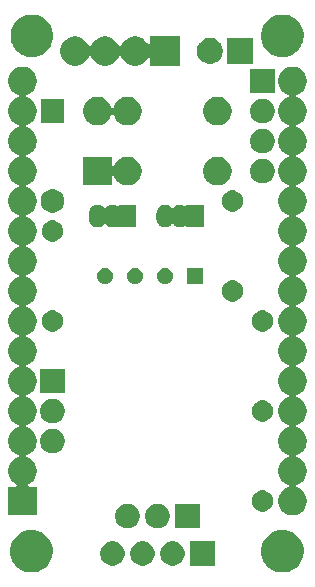
<source format=gbr>
G04 #@! TF.GenerationSoftware,KiCad,Pcbnew,5.1.5-52549c5~86~ubuntu18.04.1*
G04 #@! TF.CreationDate,2020-03-29T17:49:25+00:00*
G04 #@! TF.ProjectId,PIS,5049532e-6b69-4636-9164-5f7063625858,rev?*
G04 #@! TF.SameCoordinates,Original*
G04 #@! TF.FileFunction,Soldermask,Bot*
G04 #@! TF.FilePolarity,Negative*
%FSLAX46Y46*%
G04 Gerber Fmt 4.6, Leading zero omitted, Abs format (unit mm)*
G04 Created by KiCad (PCBNEW 5.1.5-52549c5~86~ubuntu18.04.1) date 2020-03-29 17:49:25*
%MOMM*%
%LPD*%
G04 APERTURE LIST*
%ADD10C,0.100000*%
G04 APERTURE END LIST*
D10*
G36*
X143636162Y-147264586D02*
G01*
X143810041Y-147299173D01*
X144137620Y-147434861D01*
X144432433Y-147631849D01*
X144683151Y-147882567D01*
X144880139Y-148177380D01*
X145015827Y-148504959D01*
X145015827Y-148504961D01*
X145085000Y-148852714D01*
X145085000Y-149207286D01*
X145060905Y-149328417D01*
X145015827Y-149555041D01*
X144880139Y-149882620D01*
X144683151Y-150177433D01*
X144432433Y-150428151D01*
X144137620Y-150625139D01*
X143810041Y-150760827D01*
X143636163Y-150795413D01*
X143462286Y-150830000D01*
X143107714Y-150830000D01*
X142933837Y-150795413D01*
X142759959Y-150760827D01*
X142432380Y-150625139D01*
X142137567Y-150428151D01*
X141886849Y-150177433D01*
X141689861Y-149882620D01*
X141554173Y-149555041D01*
X141509095Y-149328417D01*
X141485000Y-149207286D01*
X141485000Y-148852714D01*
X141554173Y-148504961D01*
X141554173Y-148504959D01*
X141689861Y-148177380D01*
X141886849Y-147882567D01*
X142137567Y-147631849D01*
X142432380Y-147434861D01*
X142759959Y-147299173D01*
X142933838Y-147264586D01*
X143107714Y-147230000D01*
X143462286Y-147230000D01*
X143636162Y-147264586D01*
G37*
G36*
X122386162Y-147264586D02*
G01*
X122560041Y-147299173D01*
X122887620Y-147434861D01*
X123182433Y-147631849D01*
X123433151Y-147882567D01*
X123630139Y-148177380D01*
X123765827Y-148504959D01*
X123765827Y-148504961D01*
X123835000Y-148852714D01*
X123835000Y-149207286D01*
X123810905Y-149328417D01*
X123765827Y-149555041D01*
X123630139Y-149882620D01*
X123433151Y-150177433D01*
X123182433Y-150428151D01*
X122887620Y-150625139D01*
X122560041Y-150760827D01*
X122386163Y-150795413D01*
X122212286Y-150830000D01*
X121857714Y-150830000D01*
X121683837Y-150795413D01*
X121509959Y-150760827D01*
X121182380Y-150625139D01*
X120887567Y-150428151D01*
X120636849Y-150177433D01*
X120439861Y-149882620D01*
X120304173Y-149555041D01*
X120259095Y-149328417D01*
X120235000Y-149207286D01*
X120235000Y-148852714D01*
X120304173Y-148504961D01*
X120304173Y-148504959D01*
X120439861Y-148177380D01*
X120636849Y-147882567D01*
X120887567Y-147631849D01*
X121182380Y-147434861D01*
X121509959Y-147299173D01*
X121683838Y-147264586D01*
X121857714Y-147230000D01*
X122212286Y-147230000D01*
X122386162Y-147264586D01*
G37*
G36*
X129033687Y-148180027D02*
G01*
X129211274Y-148215350D01*
X129402362Y-148294502D01*
X129574336Y-148409411D01*
X129720589Y-148555664D01*
X129835498Y-148727638D01*
X129914650Y-148918726D01*
X129955000Y-149121584D01*
X129955000Y-149328416D01*
X129914650Y-149531274D01*
X129835498Y-149722362D01*
X129720589Y-149894336D01*
X129574336Y-150040589D01*
X129402362Y-150155498D01*
X129211274Y-150234650D01*
X129033687Y-150269973D01*
X129008417Y-150275000D01*
X128801583Y-150275000D01*
X128776313Y-150269973D01*
X128598726Y-150234650D01*
X128407638Y-150155498D01*
X128235664Y-150040589D01*
X128089411Y-149894336D01*
X127974502Y-149722362D01*
X127895350Y-149531274D01*
X127855000Y-149328416D01*
X127855000Y-149121584D01*
X127895350Y-148918726D01*
X127974502Y-148727638D01*
X128089411Y-148555664D01*
X128235664Y-148409411D01*
X128407638Y-148294502D01*
X128598726Y-148215350D01*
X128776313Y-148180027D01*
X128801583Y-148175000D01*
X129008417Y-148175000D01*
X129033687Y-148180027D01*
G37*
G36*
X131573687Y-148180027D02*
G01*
X131751274Y-148215350D01*
X131942362Y-148294502D01*
X132114336Y-148409411D01*
X132260589Y-148555664D01*
X132375498Y-148727638D01*
X132454650Y-148918726D01*
X132495000Y-149121584D01*
X132495000Y-149328416D01*
X132454650Y-149531274D01*
X132375498Y-149722362D01*
X132260589Y-149894336D01*
X132114336Y-150040589D01*
X131942362Y-150155498D01*
X131751274Y-150234650D01*
X131573687Y-150269973D01*
X131548417Y-150275000D01*
X131341583Y-150275000D01*
X131316313Y-150269973D01*
X131138726Y-150234650D01*
X130947638Y-150155498D01*
X130775664Y-150040589D01*
X130629411Y-149894336D01*
X130514502Y-149722362D01*
X130435350Y-149531274D01*
X130395000Y-149328416D01*
X130395000Y-149121584D01*
X130435350Y-148918726D01*
X130514502Y-148727638D01*
X130629411Y-148555664D01*
X130775664Y-148409411D01*
X130947638Y-148294502D01*
X131138726Y-148215350D01*
X131316313Y-148180027D01*
X131341583Y-148175000D01*
X131548417Y-148175000D01*
X131573687Y-148180027D01*
G37*
G36*
X134113687Y-148180027D02*
G01*
X134291274Y-148215350D01*
X134482362Y-148294502D01*
X134654336Y-148409411D01*
X134800589Y-148555664D01*
X134915498Y-148727638D01*
X134994650Y-148918726D01*
X135035000Y-149121584D01*
X135035000Y-149328416D01*
X134994650Y-149531274D01*
X134915498Y-149722362D01*
X134800589Y-149894336D01*
X134654336Y-150040589D01*
X134482362Y-150155498D01*
X134291274Y-150234650D01*
X134113687Y-150269973D01*
X134088417Y-150275000D01*
X133881583Y-150275000D01*
X133856313Y-150269973D01*
X133678726Y-150234650D01*
X133487638Y-150155498D01*
X133315664Y-150040589D01*
X133169411Y-149894336D01*
X133054502Y-149722362D01*
X132975350Y-149531274D01*
X132935000Y-149328416D01*
X132935000Y-149121584D01*
X132975350Y-148918726D01*
X133054502Y-148727638D01*
X133169411Y-148555664D01*
X133315664Y-148409411D01*
X133487638Y-148294502D01*
X133678726Y-148215350D01*
X133856313Y-148180027D01*
X133881583Y-148175000D01*
X134088417Y-148175000D01*
X134113687Y-148180027D01*
G37*
G36*
X137575000Y-150275000D02*
G01*
X135475000Y-150275000D01*
X135475000Y-148175000D01*
X137575000Y-148175000D01*
X137575000Y-150275000D01*
G37*
G36*
X130303687Y-145005027D02*
G01*
X130481274Y-145040350D01*
X130672362Y-145119502D01*
X130844336Y-145234411D01*
X130990589Y-145380664D01*
X131105498Y-145552638D01*
X131184650Y-145743726D01*
X131225000Y-145946584D01*
X131225000Y-146153416D01*
X131184650Y-146356274D01*
X131105498Y-146547362D01*
X130990589Y-146719336D01*
X130844336Y-146865589D01*
X130672362Y-146980498D01*
X130481274Y-147059650D01*
X130303687Y-147094973D01*
X130278417Y-147100000D01*
X130071583Y-147100000D01*
X130046313Y-147094973D01*
X129868726Y-147059650D01*
X129677638Y-146980498D01*
X129505664Y-146865589D01*
X129359411Y-146719336D01*
X129244502Y-146547362D01*
X129165350Y-146356274D01*
X129125000Y-146153416D01*
X129125000Y-145946584D01*
X129165350Y-145743726D01*
X129244502Y-145552638D01*
X129359411Y-145380664D01*
X129505664Y-145234411D01*
X129677638Y-145119502D01*
X129868726Y-145040350D01*
X130046313Y-145005027D01*
X130071583Y-145000000D01*
X130278417Y-145000000D01*
X130303687Y-145005027D01*
G37*
G36*
X136305000Y-147100000D02*
G01*
X134205000Y-147100000D01*
X134205000Y-145000000D01*
X136305000Y-145000000D01*
X136305000Y-147100000D01*
G37*
G36*
X132843687Y-145005027D02*
G01*
X133021274Y-145040350D01*
X133212362Y-145119502D01*
X133384336Y-145234411D01*
X133530589Y-145380664D01*
X133645498Y-145552638D01*
X133724650Y-145743726D01*
X133765000Y-145946584D01*
X133765000Y-146153416D01*
X133724650Y-146356274D01*
X133645498Y-146547362D01*
X133530589Y-146719336D01*
X133384336Y-146865589D01*
X133212362Y-146980498D01*
X133021274Y-147059650D01*
X132843687Y-147094973D01*
X132818417Y-147100000D01*
X132611583Y-147100000D01*
X132586313Y-147094973D01*
X132408726Y-147059650D01*
X132217638Y-146980498D01*
X132045664Y-146865589D01*
X131899411Y-146719336D01*
X131784502Y-146547362D01*
X131705350Y-146356274D01*
X131665000Y-146153416D01*
X131665000Y-145946584D01*
X131705350Y-145743726D01*
X131784502Y-145552638D01*
X131899411Y-145380664D01*
X132045664Y-145234411D01*
X132217638Y-145119502D01*
X132408726Y-145040350D01*
X132586313Y-145005027D01*
X132611583Y-145000000D01*
X132818417Y-145000000D01*
X132843687Y-145005027D01*
G37*
G36*
X144499693Y-108050729D02*
G01*
X144720990Y-108142394D01*
X144720992Y-108142395D01*
X144920155Y-108275471D01*
X145089529Y-108444845D01*
X145222605Y-108644008D01*
X145222606Y-108644010D01*
X145314271Y-108865307D01*
X145361000Y-109100233D01*
X145361000Y-109339767D01*
X145314271Y-109574693D01*
X145222606Y-109795990D01*
X145222605Y-109795992D01*
X145089529Y-109995155D01*
X144920155Y-110164529D01*
X144720992Y-110297605D01*
X144720991Y-110297606D01*
X144720990Y-110297606D01*
X144535315Y-110374516D01*
X144513704Y-110386067D01*
X144494762Y-110401613D01*
X144479217Y-110420555D01*
X144467666Y-110442165D01*
X144460553Y-110465614D01*
X144458151Y-110490000D01*
X144460553Y-110514387D01*
X144467666Y-110537835D01*
X144479217Y-110559446D01*
X144494763Y-110578388D01*
X144513705Y-110593933D01*
X144535315Y-110605484D01*
X144720990Y-110682394D01*
X144720992Y-110682395D01*
X144920155Y-110815471D01*
X145089529Y-110984845D01*
X145160235Y-111090665D01*
X145222606Y-111184010D01*
X145314271Y-111405307D01*
X145361000Y-111640233D01*
X145361000Y-111879767D01*
X145314271Y-112114693D01*
X145222606Y-112335990D01*
X145222605Y-112335992D01*
X145089529Y-112535155D01*
X144920155Y-112704529D01*
X144720992Y-112837605D01*
X144720991Y-112837606D01*
X144720990Y-112837606D01*
X144535315Y-112914516D01*
X144513704Y-112926067D01*
X144494762Y-112941613D01*
X144479217Y-112960555D01*
X144467666Y-112982165D01*
X144460553Y-113005614D01*
X144458151Y-113030000D01*
X144460553Y-113054387D01*
X144467666Y-113077835D01*
X144479217Y-113099446D01*
X144494763Y-113118388D01*
X144513705Y-113133933D01*
X144535315Y-113145484D01*
X144720990Y-113222394D01*
X144720992Y-113222395D01*
X144920155Y-113355471D01*
X145089529Y-113524845D01*
X145160235Y-113630665D01*
X145222606Y-113724010D01*
X145314271Y-113945307D01*
X145361000Y-114180233D01*
X145361000Y-114419767D01*
X145314271Y-114654693D01*
X145255176Y-114797360D01*
X145222605Y-114875992D01*
X145089529Y-115075155D01*
X144920155Y-115244529D01*
X144720992Y-115377605D01*
X144720991Y-115377606D01*
X144720990Y-115377606D01*
X144535315Y-115454516D01*
X144513704Y-115466067D01*
X144494762Y-115481613D01*
X144479217Y-115500555D01*
X144467666Y-115522165D01*
X144460553Y-115545614D01*
X144458151Y-115570000D01*
X144460553Y-115594387D01*
X144467666Y-115617835D01*
X144479217Y-115639446D01*
X144494763Y-115658388D01*
X144513705Y-115673933D01*
X144535315Y-115685484D01*
X144720990Y-115762394D01*
X144720992Y-115762395D01*
X144920155Y-115895471D01*
X145089529Y-116064845D01*
X145160235Y-116170665D01*
X145222606Y-116264010D01*
X145314271Y-116485307D01*
X145361000Y-116720233D01*
X145361000Y-116959767D01*
X145314271Y-117194693D01*
X145222606Y-117415990D01*
X145222605Y-117415992D01*
X145089529Y-117615155D01*
X144920155Y-117784529D01*
X144720992Y-117917605D01*
X144720991Y-117917606D01*
X144720990Y-117917606D01*
X144535315Y-117994516D01*
X144513704Y-118006067D01*
X144494762Y-118021613D01*
X144479217Y-118040555D01*
X144467666Y-118062165D01*
X144460553Y-118085614D01*
X144458151Y-118110000D01*
X144460553Y-118134387D01*
X144467666Y-118157835D01*
X144479217Y-118179446D01*
X144494763Y-118198388D01*
X144513705Y-118213933D01*
X144535315Y-118225484D01*
X144720990Y-118302394D01*
X144720992Y-118302395D01*
X144920155Y-118435471D01*
X145089529Y-118604845D01*
X145222605Y-118804008D01*
X145222606Y-118804010D01*
X145314271Y-119025307D01*
X145361000Y-119260233D01*
X145361000Y-119499767D01*
X145314271Y-119734693D01*
X145222803Y-119955514D01*
X145222605Y-119955992D01*
X145089529Y-120155155D01*
X144920155Y-120324529D01*
X144720992Y-120457605D01*
X144720991Y-120457606D01*
X144720990Y-120457606D01*
X144535315Y-120534516D01*
X144513704Y-120546067D01*
X144494762Y-120561613D01*
X144479217Y-120580555D01*
X144467666Y-120602165D01*
X144460553Y-120625614D01*
X144458151Y-120650000D01*
X144460553Y-120674387D01*
X144467666Y-120697835D01*
X144479217Y-120719446D01*
X144494763Y-120738388D01*
X144513705Y-120753933D01*
X144535315Y-120765484D01*
X144720990Y-120842394D01*
X144720992Y-120842395D01*
X144920155Y-120975471D01*
X145089529Y-121144845D01*
X145222605Y-121344008D01*
X145222606Y-121344010D01*
X145314271Y-121565307D01*
X145361000Y-121800233D01*
X145361000Y-122039767D01*
X145314271Y-122274693D01*
X145222606Y-122495990D01*
X145222605Y-122495992D01*
X145089529Y-122695155D01*
X144920155Y-122864529D01*
X144720992Y-122997605D01*
X144720991Y-122997606D01*
X144720990Y-122997606D01*
X144535315Y-123074516D01*
X144513704Y-123086067D01*
X144494762Y-123101613D01*
X144479217Y-123120555D01*
X144467666Y-123142165D01*
X144460553Y-123165614D01*
X144458151Y-123190000D01*
X144460553Y-123214387D01*
X144467666Y-123237835D01*
X144479217Y-123259446D01*
X144494763Y-123278388D01*
X144513705Y-123293933D01*
X144535315Y-123305484D01*
X144720990Y-123382394D01*
X144720992Y-123382395D01*
X144920155Y-123515471D01*
X145089529Y-123684845D01*
X145222605Y-123884008D01*
X145222606Y-123884010D01*
X145314271Y-124105307D01*
X145361000Y-124340233D01*
X145361000Y-124579767D01*
X145314271Y-124814693D01*
X145225087Y-125030000D01*
X145222605Y-125035992D01*
X145089529Y-125235155D01*
X144920155Y-125404529D01*
X144720992Y-125537605D01*
X144720991Y-125537606D01*
X144720990Y-125537606D01*
X144535315Y-125614516D01*
X144513704Y-125626067D01*
X144494762Y-125641613D01*
X144479217Y-125660555D01*
X144467666Y-125682165D01*
X144460553Y-125705614D01*
X144458151Y-125730000D01*
X144460553Y-125754387D01*
X144467666Y-125777835D01*
X144479217Y-125799446D01*
X144494763Y-125818388D01*
X144513705Y-125833933D01*
X144535315Y-125845484D01*
X144720990Y-125922394D01*
X144720992Y-125922395D01*
X144920155Y-126055471D01*
X145089529Y-126224845D01*
X145222605Y-126424008D01*
X145222606Y-126424010D01*
X145314271Y-126645307D01*
X145361000Y-126880233D01*
X145361000Y-127119767D01*
X145314271Y-127354693D01*
X145222606Y-127575990D01*
X145222605Y-127575992D01*
X145089529Y-127775155D01*
X144920155Y-127944529D01*
X144720992Y-128077605D01*
X144720991Y-128077606D01*
X144720990Y-128077606D01*
X144535315Y-128154516D01*
X144513704Y-128166067D01*
X144494762Y-128181613D01*
X144479217Y-128200555D01*
X144467666Y-128222165D01*
X144460553Y-128245614D01*
X144458151Y-128270000D01*
X144460553Y-128294387D01*
X144467666Y-128317835D01*
X144479217Y-128339446D01*
X144494763Y-128358388D01*
X144513705Y-128373933D01*
X144535315Y-128385484D01*
X144720990Y-128462394D01*
X144720992Y-128462395D01*
X144920155Y-128595471D01*
X145089529Y-128764845D01*
X145140363Y-128840924D01*
X145222606Y-128964010D01*
X145314271Y-129185307D01*
X145361000Y-129420233D01*
X145361000Y-129659767D01*
X145314271Y-129894693D01*
X145222606Y-130115990D01*
X145222605Y-130115992D01*
X145089529Y-130315155D01*
X144920155Y-130484529D01*
X144720992Y-130617605D01*
X144720991Y-130617606D01*
X144720990Y-130617606D01*
X144535315Y-130694516D01*
X144513704Y-130706067D01*
X144494762Y-130721613D01*
X144479217Y-130740555D01*
X144467666Y-130762165D01*
X144460553Y-130785614D01*
X144458151Y-130810000D01*
X144460553Y-130834387D01*
X144467666Y-130857835D01*
X144479217Y-130879446D01*
X144494763Y-130898388D01*
X144513705Y-130913933D01*
X144535315Y-130925484D01*
X144720990Y-131002394D01*
X144720992Y-131002395D01*
X144920155Y-131135471D01*
X145089529Y-131304845D01*
X145222605Y-131504008D01*
X145222606Y-131504010D01*
X145314271Y-131725307D01*
X145361000Y-131960233D01*
X145361000Y-132199767D01*
X145314271Y-132434693D01*
X145222606Y-132655990D01*
X145222605Y-132655992D01*
X145089529Y-132855155D01*
X144920155Y-133024529D01*
X144720992Y-133157605D01*
X144720991Y-133157606D01*
X144720990Y-133157606D01*
X144535315Y-133234516D01*
X144513704Y-133246067D01*
X144494762Y-133261613D01*
X144479217Y-133280555D01*
X144467666Y-133302165D01*
X144460553Y-133325614D01*
X144458151Y-133350000D01*
X144460553Y-133374387D01*
X144467666Y-133397835D01*
X144479217Y-133419446D01*
X144494763Y-133438388D01*
X144513705Y-133453933D01*
X144535315Y-133465484D01*
X144720990Y-133542394D01*
X144720992Y-133542395D01*
X144920155Y-133675471D01*
X145089529Y-133844845D01*
X145222605Y-134044008D01*
X145222606Y-134044010D01*
X145314271Y-134265307D01*
X145361000Y-134500233D01*
X145361000Y-134739767D01*
X145314271Y-134974693D01*
X145222606Y-135195990D01*
X145222605Y-135195992D01*
X145089529Y-135395155D01*
X144920155Y-135564529D01*
X144720992Y-135697605D01*
X144720991Y-135697606D01*
X144720990Y-135697606D01*
X144535315Y-135774516D01*
X144513704Y-135786067D01*
X144494762Y-135801613D01*
X144479217Y-135820555D01*
X144467666Y-135842165D01*
X144460553Y-135865614D01*
X144458151Y-135890000D01*
X144460553Y-135914387D01*
X144467666Y-135937835D01*
X144479217Y-135959446D01*
X144494763Y-135978388D01*
X144513705Y-135993933D01*
X144535315Y-136005484D01*
X144720990Y-136082394D01*
X144720992Y-136082395D01*
X144920155Y-136215471D01*
X145089529Y-136384845D01*
X145160235Y-136490665D01*
X145222606Y-136584010D01*
X145314271Y-136805307D01*
X145361000Y-137040233D01*
X145361000Y-137279767D01*
X145314271Y-137514693D01*
X145222606Y-137735990D01*
X145222605Y-137735992D01*
X145089529Y-137935155D01*
X144920155Y-138104529D01*
X144720992Y-138237605D01*
X144720991Y-138237606D01*
X144720990Y-138237606D01*
X144535315Y-138314516D01*
X144513704Y-138326067D01*
X144494762Y-138341613D01*
X144479217Y-138360555D01*
X144467666Y-138382165D01*
X144460553Y-138405614D01*
X144458151Y-138430000D01*
X144460553Y-138454387D01*
X144467666Y-138477835D01*
X144479217Y-138499446D01*
X144494763Y-138518388D01*
X144513705Y-138533933D01*
X144535315Y-138545484D01*
X144720990Y-138622394D01*
X144720992Y-138622395D01*
X144920155Y-138755471D01*
X145089529Y-138924845D01*
X145160235Y-139030665D01*
X145222606Y-139124010D01*
X145314271Y-139345307D01*
X145361000Y-139580233D01*
X145361000Y-139819767D01*
X145314271Y-140054693D01*
X145255176Y-140197360D01*
X145222605Y-140275992D01*
X145089529Y-140475155D01*
X144920155Y-140644529D01*
X144720992Y-140777605D01*
X144720991Y-140777606D01*
X144720990Y-140777606D01*
X144535315Y-140854516D01*
X144513704Y-140866067D01*
X144494762Y-140881613D01*
X144479217Y-140900555D01*
X144467666Y-140922165D01*
X144460553Y-140945614D01*
X144458151Y-140970000D01*
X144460553Y-140994387D01*
X144467666Y-141017835D01*
X144479217Y-141039446D01*
X144494763Y-141058388D01*
X144513705Y-141073933D01*
X144535315Y-141085484D01*
X144720990Y-141162394D01*
X144720992Y-141162395D01*
X144920155Y-141295471D01*
X145089529Y-141464845D01*
X145222605Y-141664008D01*
X145222606Y-141664010D01*
X145314271Y-141885307D01*
X145361000Y-142120233D01*
X145361000Y-142359767D01*
X145314271Y-142594693D01*
X145222606Y-142815990D01*
X145222605Y-142815992D01*
X145089529Y-143015155D01*
X144920155Y-143184529D01*
X144720992Y-143317605D01*
X144720991Y-143317606D01*
X144720990Y-143317606D01*
X144535315Y-143394516D01*
X144513704Y-143406067D01*
X144494762Y-143421613D01*
X144479217Y-143440555D01*
X144467666Y-143462165D01*
X144460553Y-143485614D01*
X144458151Y-143510000D01*
X144460553Y-143534387D01*
X144467666Y-143557835D01*
X144479217Y-143579446D01*
X144494763Y-143598388D01*
X144513705Y-143613933D01*
X144535315Y-143625484D01*
X144720990Y-143702394D01*
X144720992Y-143702395D01*
X144920155Y-143835471D01*
X145089529Y-144004845D01*
X145140363Y-144080924D01*
X145222606Y-144204010D01*
X145314271Y-144425307D01*
X145361000Y-144660233D01*
X145361000Y-144899767D01*
X145314271Y-145134693D01*
X145222606Y-145355990D01*
X145222605Y-145355992D01*
X145089529Y-145555155D01*
X144920155Y-145724529D01*
X144720992Y-145857605D01*
X144720991Y-145857606D01*
X144720990Y-145857606D01*
X144499693Y-145949271D01*
X144264767Y-145996000D01*
X144025233Y-145996000D01*
X143790307Y-145949271D01*
X143569010Y-145857606D01*
X143569009Y-145857606D01*
X143569008Y-145857605D01*
X143369845Y-145724529D01*
X143200471Y-145555155D01*
X143067395Y-145355992D01*
X143067394Y-145355990D01*
X142975729Y-145134693D01*
X142929000Y-144899767D01*
X142929000Y-144660233D01*
X142975729Y-144425307D01*
X143067394Y-144204010D01*
X143149637Y-144080924D01*
X143200471Y-144004845D01*
X143369845Y-143835471D01*
X143569008Y-143702395D01*
X143569010Y-143702394D01*
X143754685Y-143625484D01*
X143776296Y-143613933D01*
X143795238Y-143598387D01*
X143810783Y-143579445D01*
X143822334Y-143557835D01*
X143829447Y-143534386D01*
X143831849Y-143510000D01*
X143829447Y-143485613D01*
X143822334Y-143462165D01*
X143810783Y-143440554D01*
X143795237Y-143421612D01*
X143776295Y-143406067D01*
X143754685Y-143394516D01*
X143569010Y-143317606D01*
X143569009Y-143317606D01*
X143569008Y-143317605D01*
X143369845Y-143184529D01*
X143200471Y-143015155D01*
X143067395Y-142815992D01*
X143067394Y-142815990D01*
X142975729Y-142594693D01*
X142929000Y-142359767D01*
X142929000Y-142120233D01*
X142975729Y-141885307D01*
X143067394Y-141664010D01*
X143067395Y-141664008D01*
X143200471Y-141464845D01*
X143369845Y-141295471D01*
X143569008Y-141162395D01*
X143569010Y-141162394D01*
X143754685Y-141085484D01*
X143776296Y-141073933D01*
X143795238Y-141058387D01*
X143810783Y-141039445D01*
X143822334Y-141017835D01*
X143829447Y-140994386D01*
X143831849Y-140970000D01*
X143829447Y-140945613D01*
X143822334Y-140922165D01*
X143810783Y-140900554D01*
X143795237Y-140881612D01*
X143776295Y-140866067D01*
X143754685Y-140854516D01*
X143569010Y-140777606D01*
X143569009Y-140777606D01*
X143569008Y-140777605D01*
X143369845Y-140644529D01*
X143200471Y-140475155D01*
X143067395Y-140275992D01*
X143034824Y-140197360D01*
X142975729Y-140054693D01*
X142929000Y-139819767D01*
X142929000Y-139580233D01*
X142975729Y-139345307D01*
X143067394Y-139124010D01*
X143129765Y-139030665D01*
X143200471Y-138924845D01*
X143369845Y-138755471D01*
X143569008Y-138622395D01*
X143569010Y-138622394D01*
X143754685Y-138545484D01*
X143776296Y-138533933D01*
X143795238Y-138518387D01*
X143810783Y-138499445D01*
X143822334Y-138477835D01*
X143829447Y-138454386D01*
X143831849Y-138430000D01*
X143829447Y-138405613D01*
X143822334Y-138382165D01*
X143810783Y-138360554D01*
X143795237Y-138341612D01*
X143776295Y-138326067D01*
X143754685Y-138314516D01*
X143569010Y-138237606D01*
X143569009Y-138237606D01*
X143569008Y-138237605D01*
X143369845Y-138104529D01*
X143200471Y-137935155D01*
X143067395Y-137735992D01*
X143067394Y-137735990D01*
X142975729Y-137514693D01*
X142929000Y-137279767D01*
X142929000Y-137040233D01*
X142975729Y-136805307D01*
X143067394Y-136584010D01*
X143129765Y-136490665D01*
X143200471Y-136384845D01*
X143369845Y-136215471D01*
X143569008Y-136082395D01*
X143569010Y-136082394D01*
X143754685Y-136005484D01*
X143776296Y-135993933D01*
X143795238Y-135978387D01*
X143810783Y-135959445D01*
X143822334Y-135937835D01*
X143829447Y-135914386D01*
X143831849Y-135890000D01*
X143829447Y-135865613D01*
X143822334Y-135842165D01*
X143810783Y-135820554D01*
X143795237Y-135801612D01*
X143776295Y-135786067D01*
X143754685Y-135774516D01*
X143569010Y-135697606D01*
X143569009Y-135697606D01*
X143569008Y-135697605D01*
X143369845Y-135564529D01*
X143200471Y-135395155D01*
X143067395Y-135195992D01*
X143067394Y-135195990D01*
X142975729Y-134974693D01*
X142929000Y-134739767D01*
X142929000Y-134500233D01*
X142975729Y-134265307D01*
X143067394Y-134044010D01*
X143067395Y-134044008D01*
X143200471Y-133844845D01*
X143369845Y-133675471D01*
X143569008Y-133542395D01*
X143569010Y-133542394D01*
X143754685Y-133465484D01*
X143776296Y-133453933D01*
X143795238Y-133438387D01*
X143810783Y-133419445D01*
X143822334Y-133397835D01*
X143829447Y-133374386D01*
X143831849Y-133350000D01*
X143829447Y-133325613D01*
X143822334Y-133302165D01*
X143810783Y-133280554D01*
X143795237Y-133261612D01*
X143776295Y-133246067D01*
X143754685Y-133234516D01*
X143569010Y-133157606D01*
X143569009Y-133157606D01*
X143569008Y-133157605D01*
X143369845Y-133024529D01*
X143200471Y-132855155D01*
X143067395Y-132655992D01*
X143067394Y-132655990D01*
X142975729Y-132434693D01*
X142929000Y-132199767D01*
X142929000Y-131960233D01*
X142975729Y-131725307D01*
X143067394Y-131504010D01*
X143067395Y-131504008D01*
X143200471Y-131304845D01*
X143369845Y-131135471D01*
X143569008Y-131002395D01*
X143569010Y-131002394D01*
X143754685Y-130925484D01*
X143776296Y-130913933D01*
X143795238Y-130898387D01*
X143810783Y-130879445D01*
X143822334Y-130857835D01*
X143829447Y-130834386D01*
X143831849Y-130810000D01*
X143829447Y-130785613D01*
X143822334Y-130762165D01*
X143810783Y-130740554D01*
X143795237Y-130721612D01*
X143776295Y-130706067D01*
X143754685Y-130694516D01*
X143569010Y-130617606D01*
X143569009Y-130617606D01*
X143569008Y-130617605D01*
X143369845Y-130484529D01*
X143200471Y-130315155D01*
X143067395Y-130115992D01*
X143067394Y-130115990D01*
X142975729Y-129894693D01*
X142929000Y-129659767D01*
X142929000Y-129420233D01*
X142975729Y-129185307D01*
X143067394Y-128964010D01*
X143149637Y-128840924D01*
X143200471Y-128764845D01*
X143369845Y-128595471D01*
X143569008Y-128462395D01*
X143569010Y-128462394D01*
X143754685Y-128385484D01*
X143776296Y-128373933D01*
X143795238Y-128358387D01*
X143810783Y-128339445D01*
X143822334Y-128317835D01*
X143829447Y-128294386D01*
X143831849Y-128270000D01*
X143829447Y-128245613D01*
X143822334Y-128222165D01*
X143810783Y-128200554D01*
X143795237Y-128181612D01*
X143776295Y-128166067D01*
X143754685Y-128154516D01*
X143569010Y-128077606D01*
X143569009Y-128077606D01*
X143569008Y-128077605D01*
X143369845Y-127944529D01*
X143200471Y-127775155D01*
X143067395Y-127575992D01*
X143067394Y-127575990D01*
X142975729Y-127354693D01*
X142929000Y-127119767D01*
X142929000Y-126880233D01*
X142975729Y-126645307D01*
X143067394Y-126424010D01*
X143067395Y-126424008D01*
X143200471Y-126224845D01*
X143369845Y-126055471D01*
X143569008Y-125922395D01*
X143569010Y-125922394D01*
X143754685Y-125845484D01*
X143776296Y-125833933D01*
X143795238Y-125818387D01*
X143810783Y-125799445D01*
X143822334Y-125777835D01*
X143829447Y-125754386D01*
X143831849Y-125730000D01*
X143829447Y-125705613D01*
X143822334Y-125682165D01*
X143810783Y-125660554D01*
X143795237Y-125641612D01*
X143776295Y-125626067D01*
X143754685Y-125614516D01*
X143569010Y-125537606D01*
X143569009Y-125537606D01*
X143569008Y-125537605D01*
X143369845Y-125404529D01*
X143200471Y-125235155D01*
X143067395Y-125035992D01*
X143064913Y-125030000D01*
X142975729Y-124814693D01*
X142929000Y-124579767D01*
X142929000Y-124340233D01*
X142975729Y-124105307D01*
X143067394Y-123884010D01*
X143067395Y-123884008D01*
X143200471Y-123684845D01*
X143369845Y-123515471D01*
X143569008Y-123382395D01*
X143569010Y-123382394D01*
X143754685Y-123305484D01*
X143776296Y-123293933D01*
X143795238Y-123278387D01*
X143810783Y-123259445D01*
X143822334Y-123237835D01*
X143829447Y-123214386D01*
X143831849Y-123190000D01*
X143829447Y-123165613D01*
X143822334Y-123142165D01*
X143810783Y-123120554D01*
X143795237Y-123101612D01*
X143776295Y-123086067D01*
X143754685Y-123074516D01*
X143569010Y-122997606D01*
X143569009Y-122997606D01*
X143569008Y-122997605D01*
X143369845Y-122864529D01*
X143200471Y-122695155D01*
X143067395Y-122495992D01*
X143067394Y-122495990D01*
X142975729Y-122274693D01*
X142929000Y-122039767D01*
X142929000Y-121800233D01*
X142975729Y-121565307D01*
X143067394Y-121344010D01*
X143067395Y-121344008D01*
X143200471Y-121144845D01*
X143369845Y-120975471D01*
X143569008Y-120842395D01*
X143569010Y-120842394D01*
X143754685Y-120765484D01*
X143776296Y-120753933D01*
X143795238Y-120738387D01*
X143810783Y-120719445D01*
X143822334Y-120697835D01*
X143829447Y-120674386D01*
X143831849Y-120650000D01*
X143829447Y-120625613D01*
X143822334Y-120602165D01*
X143810783Y-120580554D01*
X143795237Y-120561612D01*
X143776295Y-120546067D01*
X143754685Y-120534516D01*
X143569010Y-120457606D01*
X143569009Y-120457606D01*
X143569008Y-120457605D01*
X143369845Y-120324529D01*
X143200471Y-120155155D01*
X143067395Y-119955992D01*
X143067197Y-119955514D01*
X142975729Y-119734693D01*
X142929000Y-119499767D01*
X142929000Y-119260233D01*
X142975729Y-119025307D01*
X143067394Y-118804010D01*
X143067395Y-118804008D01*
X143200471Y-118604845D01*
X143369845Y-118435471D01*
X143569008Y-118302395D01*
X143569010Y-118302394D01*
X143754685Y-118225484D01*
X143776296Y-118213933D01*
X143795238Y-118198387D01*
X143810783Y-118179445D01*
X143822334Y-118157835D01*
X143829447Y-118134386D01*
X143831849Y-118110000D01*
X143829447Y-118085613D01*
X143822334Y-118062165D01*
X143810783Y-118040554D01*
X143795237Y-118021612D01*
X143776295Y-118006067D01*
X143754685Y-117994516D01*
X143569010Y-117917606D01*
X143569009Y-117917606D01*
X143569008Y-117917605D01*
X143369845Y-117784529D01*
X143200471Y-117615155D01*
X143067395Y-117415992D01*
X143067394Y-117415990D01*
X142975729Y-117194693D01*
X142929000Y-116959767D01*
X142929000Y-116720233D01*
X142975729Y-116485307D01*
X143067394Y-116264010D01*
X143129765Y-116170665D01*
X143200471Y-116064845D01*
X143369845Y-115895471D01*
X143569008Y-115762395D01*
X143569010Y-115762394D01*
X143754685Y-115685484D01*
X143776296Y-115673933D01*
X143795238Y-115658387D01*
X143810783Y-115639445D01*
X143822334Y-115617835D01*
X143829447Y-115594386D01*
X143831849Y-115570000D01*
X143829447Y-115545613D01*
X143822334Y-115522165D01*
X143810783Y-115500554D01*
X143795237Y-115481612D01*
X143776295Y-115466067D01*
X143754685Y-115454516D01*
X143569010Y-115377606D01*
X143569009Y-115377606D01*
X143569008Y-115377605D01*
X143369845Y-115244529D01*
X143200471Y-115075155D01*
X143067395Y-114875992D01*
X143034824Y-114797360D01*
X142975729Y-114654693D01*
X142929000Y-114419767D01*
X142929000Y-114180233D01*
X142975729Y-113945307D01*
X143067394Y-113724010D01*
X143129765Y-113630665D01*
X143200471Y-113524845D01*
X143369845Y-113355471D01*
X143569008Y-113222395D01*
X143569010Y-113222394D01*
X143754685Y-113145484D01*
X143776296Y-113133933D01*
X143795238Y-113118387D01*
X143810783Y-113099445D01*
X143822334Y-113077835D01*
X143829447Y-113054386D01*
X143831849Y-113030000D01*
X143829447Y-113005613D01*
X143822334Y-112982165D01*
X143810783Y-112960554D01*
X143795237Y-112941612D01*
X143776295Y-112926067D01*
X143754685Y-112914516D01*
X143569010Y-112837606D01*
X143569009Y-112837606D01*
X143569008Y-112837605D01*
X143369845Y-112704529D01*
X143200471Y-112535155D01*
X143067395Y-112335992D01*
X143067394Y-112335990D01*
X142975729Y-112114693D01*
X142929000Y-111879767D01*
X142929000Y-111640233D01*
X142975729Y-111405307D01*
X143067394Y-111184010D01*
X143129765Y-111090665D01*
X143200471Y-110984845D01*
X143369845Y-110815471D01*
X143569008Y-110682395D01*
X143569010Y-110682394D01*
X143754685Y-110605484D01*
X143776296Y-110593933D01*
X143795238Y-110578387D01*
X143810783Y-110559445D01*
X143822334Y-110537835D01*
X143829447Y-110514386D01*
X143831849Y-110490000D01*
X143829447Y-110465613D01*
X143822334Y-110442165D01*
X143810783Y-110420554D01*
X143795237Y-110401612D01*
X143776295Y-110386067D01*
X143754685Y-110374516D01*
X143569010Y-110297606D01*
X143569009Y-110297606D01*
X143569008Y-110297605D01*
X143369845Y-110164529D01*
X143200471Y-109995155D01*
X143067395Y-109795992D01*
X143067394Y-109795990D01*
X142975729Y-109574693D01*
X142929000Y-109339767D01*
X142929000Y-109100233D01*
X142975729Y-108865307D01*
X143067394Y-108644010D01*
X143067395Y-108644008D01*
X143200471Y-108444845D01*
X143369845Y-108275471D01*
X143569008Y-108142395D01*
X143569010Y-108142394D01*
X143790307Y-108050729D01*
X144025233Y-108004000D01*
X144264767Y-108004000D01*
X144499693Y-108050729D01*
G37*
G36*
X121639693Y-108050729D02*
G01*
X121860990Y-108142394D01*
X121860992Y-108142395D01*
X122060155Y-108275471D01*
X122229529Y-108444845D01*
X122362605Y-108644008D01*
X122362606Y-108644010D01*
X122454271Y-108865307D01*
X122501000Y-109100233D01*
X122501000Y-109339767D01*
X122454271Y-109574693D01*
X122362606Y-109795990D01*
X122362605Y-109795992D01*
X122229529Y-109995155D01*
X122060155Y-110164529D01*
X121860992Y-110297605D01*
X121860991Y-110297606D01*
X121860990Y-110297606D01*
X121675315Y-110374516D01*
X121653704Y-110386067D01*
X121634762Y-110401613D01*
X121619217Y-110420555D01*
X121607666Y-110442165D01*
X121600553Y-110465614D01*
X121598151Y-110490000D01*
X121600553Y-110514387D01*
X121607666Y-110537835D01*
X121619217Y-110559446D01*
X121634763Y-110578388D01*
X121653705Y-110593933D01*
X121675315Y-110605484D01*
X121860990Y-110682394D01*
X121860992Y-110682395D01*
X122060155Y-110815471D01*
X122229529Y-110984845D01*
X122300235Y-111090665D01*
X122362606Y-111184010D01*
X122454271Y-111405307D01*
X122501000Y-111640233D01*
X122501000Y-111879767D01*
X122454271Y-112114693D01*
X122362606Y-112335990D01*
X122362605Y-112335992D01*
X122229529Y-112535155D01*
X122060155Y-112704529D01*
X121860992Y-112837605D01*
X121860991Y-112837606D01*
X121860990Y-112837606D01*
X121675315Y-112914516D01*
X121653704Y-112926067D01*
X121634762Y-112941613D01*
X121619217Y-112960555D01*
X121607666Y-112982165D01*
X121600553Y-113005614D01*
X121598151Y-113030000D01*
X121600553Y-113054387D01*
X121607666Y-113077835D01*
X121619217Y-113099446D01*
X121634763Y-113118388D01*
X121653705Y-113133933D01*
X121675315Y-113145484D01*
X121860990Y-113222394D01*
X121860992Y-113222395D01*
X122060155Y-113355471D01*
X122229529Y-113524845D01*
X122300235Y-113630665D01*
X122362606Y-113724010D01*
X122454271Y-113945307D01*
X122501000Y-114180233D01*
X122501000Y-114419767D01*
X122454271Y-114654693D01*
X122395176Y-114797360D01*
X122362605Y-114875992D01*
X122229529Y-115075155D01*
X122060155Y-115244529D01*
X121860992Y-115377605D01*
X121860991Y-115377606D01*
X121860990Y-115377606D01*
X121675315Y-115454516D01*
X121653704Y-115466067D01*
X121634762Y-115481613D01*
X121619217Y-115500555D01*
X121607666Y-115522165D01*
X121600553Y-115545614D01*
X121598151Y-115570000D01*
X121600553Y-115594387D01*
X121607666Y-115617835D01*
X121619217Y-115639446D01*
X121634763Y-115658388D01*
X121653705Y-115673933D01*
X121675315Y-115685484D01*
X121860990Y-115762394D01*
X121860992Y-115762395D01*
X122060155Y-115895471D01*
X122229529Y-116064845D01*
X122300235Y-116170665D01*
X122362606Y-116264010D01*
X122454271Y-116485307D01*
X122501000Y-116720233D01*
X122501000Y-116959767D01*
X122454271Y-117194693D01*
X122362606Y-117415990D01*
X122362605Y-117415992D01*
X122229529Y-117615155D01*
X122060155Y-117784529D01*
X121860992Y-117917605D01*
X121860991Y-117917606D01*
X121860990Y-117917606D01*
X121675315Y-117994516D01*
X121653704Y-118006067D01*
X121634762Y-118021613D01*
X121619217Y-118040555D01*
X121607666Y-118062165D01*
X121600553Y-118085614D01*
X121598151Y-118110000D01*
X121600553Y-118134387D01*
X121607666Y-118157835D01*
X121619217Y-118179446D01*
X121634763Y-118198388D01*
X121653705Y-118213933D01*
X121675315Y-118225484D01*
X121860990Y-118302394D01*
X121860992Y-118302395D01*
X122060155Y-118435471D01*
X122229529Y-118604845D01*
X122362605Y-118804008D01*
X122362606Y-118804010D01*
X122454271Y-119025307D01*
X122501000Y-119260233D01*
X122501000Y-119499767D01*
X122454271Y-119734693D01*
X122362803Y-119955514D01*
X122362605Y-119955992D01*
X122229529Y-120155155D01*
X122060155Y-120324529D01*
X121860992Y-120457605D01*
X121860991Y-120457606D01*
X121860990Y-120457606D01*
X121675315Y-120534516D01*
X121653704Y-120546067D01*
X121634762Y-120561613D01*
X121619217Y-120580555D01*
X121607666Y-120602165D01*
X121600553Y-120625614D01*
X121598151Y-120650000D01*
X121600553Y-120674387D01*
X121607666Y-120697835D01*
X121619217Y-120719446D01*
X121634763Y-120738388D01*
X121653705Y-120753933D01*
X121675315Y-120765484D01*
X121860990Y-120842394D01*
X121860992Y-120842395D01*
X122060155Y-120975471D01*
X122229529Y-121144845D01*
X122362605Y-121344008D01*
X122362606Y-121344010D01*
X122454271Y-121565307D01*
X122501000Y-121800233D01*
X122501000Y-122039767D01*
X122454271Y-122274693D01*
X122362606Y-122495990D01*
X122362605Y-122495992D01*
X122229529Y-122695155D01*
X122060155Y-122864529D01*
X121860992Y-122997605D01*
X121860991Y-122997606D01*
X121860990Y-122997606D01*
X121675315Y-123074516D01*
X121653704Y-123086067D01*
X121634762Y-123101613D01*
X121619217Y-123120555D01*
X121607666Y-123142165D01*
X121600553Y-123165614D01*
X121598151Y-123190000D01*
X121600553Y-123214387D01*
X121607666Y-123237835D01*
X121619217Y-123259446D01*
X121634763Y-123278388D01*
X121653705Y-123293933D01*
X121675315Y-123305484D01*
X121860990Y-123382394D01*
X121860992Y-123382395D01*
X122060155Y-123515471D01*
X122229529Y-123684845D01*
X122362605Y-123884008D01*
X122362606Y-123884010D01*
X122454271Y-124105307D01*
X122501000Y-124340233D01*
X122501000Y-124579767D01*
X122454271Y-124814693D01*
X122365087Y-125030000D01*
X122362605Y-125035992D01*
X122229529Y-125235155D01*
X122060155Y-125404529D01*
X121860992Y-125537605D01*
X121860991Y-125537606D01*
X121860990Y-125537606D01*
X121675315Y-125614516D01*
X121653704Y-125626067D01*
X121634762Y-125641613D01*
X121619217Y-125660555D01*
X121607666Y-125682165D01*
X121600553Y-125705614D01*
X121598151Y-125730000D01*
X121600553Y-125754387D01*
X121607666Y-125777835D01*
X121619217Y-125799446D01*
X121634763Y-125818388D01*
X121653705Y-125833933D01*
X121675315Y-125845484D01*
X121860990Y-125922394D01*
X121860992Y-125922395D01*
X122060155Y-126055471D01*
X122229529Y-126224845D01*
X122362605Y-126424008D01*
X122362606Y-126424010D01*
X122454271Y-126645307D01*
X122501000Y-126880233D01*
X122501000Y-127119767D01*
X122454271Y-127354693D01*
X122362606Y-127575990D01*
X122362605Y-127575992D01*
X122229529Y-127775155D01*
X122060155Y-127944529D01*
X121860992Y-128077605D01*
X121860991Y-128077606D01*
X121860990Y-128077606D01*
X121675315Y-128154516D01*
X121653704Y-128166067D01*
X121634762Y-128181613D01*
X121619217Y-128200555D01*
X121607666Y-128222165D01*
X121600553Y-128245614D01*
X121598151Y-128270000D01*
X121600553Y-128294387D01*
X121607666Y-128317835D01*
X121619217Y-128339446D01*
X121634763Y-128358388D01*
X121653705Y-128373933D01*
X121675315Y-128385484D01*
X121860990Y-128462394D01*
X121860992Y-128462395D01*
X122060155Y-128595471D01*
X122229529Y-128764845D01*
X122280363Y-128840924D01*
X122362606Y-128964010D01*
X122454271Y-129185307D01*
X122501000Y-129420233D01*
X122501000Y-129659767D01*
X122454271Y-129894693D01*
X122362606Y-130115990D01*
X122362605Y-130115992D01*
X122229529Y-130315155D01*
X122060155Y-130484529D01*
X121860992Y-130617605D01*
X121860991Y-130617606D01*
X121860990Y-130617606D01*
X121675315Y-130694516D01*
X121653704Y-130706067D01*
X121634762Y-130721613D01*
X121619217Y-130740555D01*
X121607666Y-130762165D01*
X121600553Y-130785614D01*
X121598151Y-130810000D01*
X121600553Y-130834387D01*
X121607666Y-130857835D01*
X121619217Y-130879446D01*
X121634763Y-130898388D01*
X121653705Y-130913933D01*
X121675315Y-130925484D01*
X121860990Y-131002394D01*
X121860992Y-131002395D01*
X122060155Y-131135471D01*
X122229529Y-131304845D01*
X122362605Y-131504008D01*
X122362606Y-131504010D01*
X122454271Y-131725307D01*
X122501000Y-131960233D01*
X122501000Y-132199767D01*
X122454271Y-132434693D01*
X122362606Y-132655990D01*
X122362605Y-132655992D01*
X122229529Y-132855155D01*
X122060155Y-133024529D01*
X121860992Y-133157605D01*
X121860991Y-133157606D01*
X121860990Y-133157606D01*
X121675315Y-133234516D01*
X121653704Y-133246067D01*
X121634762Y-133261613D01*
X121619217Y-133280555D01*
X121607666Y-133302165D01*
X121600553Y-133325614D01*
X121598151Y-133350000D01*
X121600553Y-133374387D01*
X121607666Y-133397835D01*
X121619217Y-133419446D01*
X121634763Y-133438388D01*
X121653705Y-133453933D01*
X121675315Y-133465484D01*
X121860990Y-133542394D01*
X121860992Y-133542395D01*
X122060155Y-133675471D01*
X122229529Y-133844845D01*
X122362605Y-134044008D01*
X122362606Y-134044010D01*
X122454271Y-134265307D01*
X122501000Y-134500233D01*
X122501000Y-134739767D01*
X122454271Y-134974693D01*
X122362606Y-135195990D01*
X122362605Y-135195992D01*
X122229529Y-135395155D01*
X122060155Y-135564529D01*
X121860992Y-135697605D01*
X121860991Y-135697606D01*
X121860990Y-135697606D01*
X121675315Y-135774516D01*
X121653704Y-135786067D01*
X121634762Y-135801613D01*
X121619217Y-135820555D01*
X121607666Y-135842165D01*
X121600553Y-135865614D01*
X121598151Y-135890000D01*
X121600553Y-135914387D01*
X121607666Y-135937835D01*
X121619217Y-135959446D01*
X121634763Y-135978388D01*
X121653705Y-135993933D01*
X121675315Y-136005484D01*
X121860990Y-136082394D01*
X121860992Y-136082395D01*
X122060155Y-136215471D01*
X122229529Y-136384845D01*
X122300235Y-136490665D01*
X122362606Y-136584010D01*
X122454271Y-136805307D01*
X122501000Y-137040233D01*
X122501000Y-137279767D01*
X122454271Y-137514693D01*
X122362606Y-137735990D01*
X122362605Y-137735992D01*
X122229529Y-137935155D01*
X122060155Y-138104529D01*
X121860992Y-138237605D01*
X121860991Y-138237606D01*
X121860990Y-138237606D01*
X121675315Y-138314516D01*
X121653704Y-138326067D01*
X121634762Y-138341613D01*
X121619217Y-138360555D01*
X121607666Y-138382165D01*
X121600553Y-138405614D01*
X121598151Y-138430000D01*
X121600553Y-138454387D01*
X121607666Y-138477835D01*
X121619217Y-138499446D01*
X121634763Y-138518388D01*
X121653705Y-138533933D01*
X121675315Y-138545484D01*
X121860990Y-138622394D01*
X121860992Y-138622395D01*
X122060155Y-138755471D01*
X122229529Y-138924845D01*
X122300235Y-139030665D01*
X122362606Y-139124010D01*
X122454271Y-139345307D01*
X122501000Y-139580233D01*
X122501000Y-139819767D01*
X122454271Y-140054693D01*
X122395176Y-140197360D01*
X122362605Y-140275992D01*
X122229529Y-140475155D01*
X122060155Y-140644529D01*
X121860992Y-140777605D01*
X121860991Y-140777606D01*
X121860990Y-140777606D01*
X121675315Y-140854516D01*
X121653704Y-140866067D01*
X121634762Y-140881613D01*
X121619217Y-140900555D01*
X121607666Y-140922165D01*
X121600553Y-140945614D01*
X121598151Y-140970000D01*
X121600553Y-140994387D01*
X121607666Y-141017835D01*
X121619217Y-141039446D01*
X121634763Y-141058388D01*
X121653705Y-141073933D01*
X121675315Y-141085484D01*
X121860990Y-141162394D01*
X121860992Y-141162395D01*
X122060155Y-141295471D01*
X122229529Y-141464845D01*
X122362605Y-141664008D01*
X122362606Y-141664010D01*
X122454271Y-141885307D01*
X122501000Y-142120233D01*
X122501000Y-142359767D01*
X122454271Y-142594693D01*
X122362606Y-142815990D01*
X122362605Y-142815992D01*
X122229529Y-143015155D01*
X122060155Y-143184529D01*
X121860992Y-143317605D01*
X121860991Y-143317606D01*
X121860990Y-143317606D01*
X121846720Y-143323517D01*
X121825109Y-143335068D01*
X121806167Y-143350614D01*
X121790622Y-143369556D01*
X121779071Y-143391166D01*
X121771958Y-143414615D01*
X121769556Y-143439001D01*
X121771958Y-143463387D01*
X121779071Y-143486836D01*
X121790622Y-143508447D01*
X121806168Y-143527389D01*
X121825110Y-143542934D01*
X121846720Y-143554485D01*
X121870169Y-143561598D01*
X121894555Y-143564000D01*
X122501000Y-143564000D01*
X122501000Y-145996000D01*
X120069000Y-145996000D01*
X120069000Y-143564000D01*
X120675445Y-143564000D01*
X120699831Y-143561598D01*
X120723280Y-143554485D01*
X120744891Y-143542934D01*
X120763833Y-143527389D01*
X120779378Y-143508447D01*
X120790929Y-143486836D01*
X120798042Y-143463387D01*
X120800444Y-143439001D01*
X120798042Y-143414615D01*
X120790929Y-143391166D01*
X120779378Y-143369555D01*
X120763833Y-143350613D01*
X120744891Y-143335068D01*
X120723280Y-143323517D01*
X120709010Y-143317606D01*
X120709009Y-143317606D01*
X120709008Y-143317605D01*
X120509845Y-143184529D01*
X120340471Y-143015155D01*
X120207395Y-142815992D01*
X120207394Y-142815990D01*
X120115729Y-142594693D01*
X120069000Y-142359767D01*
X120069000Y-142120233D01*
X120115729Y-141885307D01*
X120207394Y-141664010D01*
X120207395Y-141664008D01*
X120340471Y-141464845D01*
X120509845Y-141295471D01*
X120709008Y-141162395D01*
X120709010Y-141162394D01*
X120894685Y-141085484D01*
X120916296Y-141073933D01*
X120935238Y-141058387D01*
X120950783Y-141039445D01*
X120962334Y-141017835D01*
X120969447Y-140994386D01*
X120971849Y-140970000D01*
X120969447Y-140945613D01*
X120962334Y-140922165D01*
X120950783Y-140900554D01*
X120935237Y-140881612D01*
X120916295Y-140866067D01*
X120894685Y-140854516D01*
X120709010Y-140777606D01*
X120709009Y-140777606D01*
X120709008Y-140777605D01*
X120509845Y-140644529D01*
X120340471Y-140475155D01*
X120207395Y-140275992D01*
X120174824Y-140197360D01*
X120115729Y-140054693D01*
X120069000Y-139819767D01*
X120069000Y-139580233D01*
X120115729Y-139345307D01*
X120207394Y-139124010D01*
X120269765Y-139030665D01*
X120340471Y-138924845D01*
X120509845Y-138755471D01*
X120709008Y-138622395D01*
X120709010Y-138622394D01*
X120894685Y-138545484D01*
X120916296Y-138533933D01*
X120935238Y-138518387D01*
X120950783Y-138499445D01*
X120962334Y-138477835D01*
X120969447Y-138454386D01*
X120971849Y-138430000D01*
X120969447Y-138405613D01*
X120962334Y-138382165D01*
X120950783Y-138360554D01*
X120935237Y-138341612D01*
X120916295Y-138326067D01*
X120894685Y-138314516D01*
X120709010Y-138237606D01*
X120709009Y-138237606D01*
X120709008Y-138237605D01*
X120509845Y-138104529D01*
X120340471Y-137935155D01*
X120207395Y-137735992D01*
X120207394Y-137735990D01*
X120115729Y-137514693D01*
X120069000Y-137279767D01*
X120069000Y-137040233D01*
X120115729Y-136805307D01*
X120207394Y-136584010D01*
X120269765Y-136490665D01*
X120340471Y-136384845D01*
X120509845Y-136215471D01*
X120709008Y-136082395D01*
X120709010Y-136082394D01*
X120894685Y-136005484D01*
X120916296Y-135993933D01*
X120935238Y-135978387D01*
X120950783Y-135959445D01*
X120962334Y-135937835D01*
X120969447Y-135914386D01*
X120971849Y-135890000D01*
X120969447Y-135865613D01*
X120962334Y-135842165D01*
X120950783Y-135820554D01*
X120935237Y-135801612D01*
X120916295Y-135786067D01*
X120894685Y-135774516D01*
X120709010Y-135697606D01*
X120709009Y-135697606D01*
X120709008Y-135697605D01*
X120509845Y-135564529D01*
X120340471Y-135395155D01*
X120207395Y-135195992D01*
X120207394Y-135195990D01*
X120115729Y-134974693D01*
X120069000Y-134739767D01*
X120069000Y-134500233D01*
X120115729Y-134265307D01*
X120207394Y-134044010D01*
X120207395Y-134044008D01*
X120340471Y-133844845D01*
X120509845Y-133675471D01*
X120709008Y-133542395D01*
X120709010Y-133542394D01*
X120894685Y-133465484D01*
X120916296Y-133453933D01*
X120935238Y-133438387D01*
X120950783Y-133419445D01*
X120962334Y-133397835D01*
X120969447Y-133374386D01*
X120971849Y-133350000D01*
X120969447Y-133325613D01*
X120962334Y-133302165D01*
X120950783Y-133280554D01*
X120935237Y-133261612D01*
X120916295Y-133246067D01*
X120894685Y-133234516D01*
X120709010Y-133157606D01*
X120709009Y-133157606D01*
X120709008Y-133157605D01*
X120509845Y-133024529D01*
X120340471Y-132855155D01*
X120207395Y-132655992D01*
X120207394Y-132655990D01*
X120115729Y-132434693D01*
X120069000Y-132199767D01*
X120069000Y-131960233D01*
X120115729Y-131725307D01*
X120207394Y-131504010D01*
X120207395Y-131504008D01*
X120340471Y-131304845D01*
X120509845Y-131135471D01*
X120709008Y-131002395D01*
X120709010Y-131002394D01*
X120894685Y-130925484D01*
X120916296Y-130913933D01*
X120935238Y-130898387D01*
X120950783Y-130879445D01*
X120962334Y-130857835D01*
X120969447Y-130834386D01*
X120971849Y-130810000D01*
X120969447Y-130785613D01*
X120962334Y-130762165D01*
X120950783Y-130740554D01*
X120935237Y-130721612D01*
X120916295Y-130706067D01*
X120894685Y-130694516D01*
X120709010Y-130617606D01*
X120709009Y-130617606D01*
X120709008Y-130617605D01*
X120509845Y-130484529D01*
X120340471Y-130315155D01*
X120207395Y-130115992D01*
X120207394Y-130115990D01*
X120115729Y-129894693D01*
X120069000Y-129659767D01*
X120069000Y-129420233D01*
X120115729Y-129185307D01*
X120207394Y-128964010D01*
X120289637Y-128840924D01*
X120340471Y-128764845D01*
X120509845Y-128595471D01*
X120709008Y-128462395D01*
X120709010Y-128462394D01*
X120894685Y-128385484D01*
X120916296Y-128373933D01*
X120935238Y-128358387D01*
X120950783Y-128339445D01*
X120962334Y-128317835D01*
X120969447Y-128294386D01*
X120971849Y-128270000D01*
X120969447Y-128245613D01*
X120962334Y-128222165D01*
X120950783Y-128200554D01*
X120935237Y-128181612D01*
X120916295Y-128166067D01*
X120894685Y-128154516D01*
X120709010Y-128077606D01*
X120709009Y-128077606D01*
X120709008Y-128077605D01*
X120509845Y-127944529D01*
X120340471Y-127775155D01*
X120207395Y-127575992D01*
X120207394Y-127575990D01*
X120115729Y-127354693D01*
X120069000Y-127119767D01*
X120069000Y-126880233D01*
X120115729Y-126645307D01*
X120207394Y-126424010D01*
X120207395Y-126424008D01*
X120340471Y-126224845D01*
X120509845Y-126055471D01*
X120709008Y-125922395D01*
X120709010Y-125922394D01*
X120894685Y-125845484D01*
X120916296Y-125833933D01*
X120935238Y-125818387D01*
X120950783Y-125799445D01*
X120962334Y-125777835D01*
X120969447Y-125754386D01*
X120971849Y-125730000D01*
X120969447Y-125705613D01*
X120962334Y-125682165D01*
X120950783Y-125660554D01*
X120935237Y-125641612D01*
X120916295Y-125626067D01*
X120894685Y-125614516D01*
X120709010Y-125537606D01*
X120709009Y-125537606D01*
X120709008Y-125537605D01*
X120509845Y-125404529D01*
X120340471Y-125235155D01*
X120207395Y-125035992D01*
X120204913Y-125030000D01*
X120115729Y-124814693D01*
X120069000Y-124579767D01*
X120069000Y-124340233D01*
X120115729Y-124105307D01*
X120207394Y-123884010D01*
X120207395Y-123884008D01*
X120340471Y-123684845D01*
X120509845Y-123515471D01*
X120709008Y-123382395D01*
X120709010Y-123382394D01*
X120894685Y-123305484D01*
X120916296Y-123293933D01*
X120935238Y-123278387D01*
X120950783Y-123259445D01*
X120962334Y-123237835D01*
X120969447Y-123214386D01*
X120971849Y-123190000D01*
X120969447Y-123165613D01*
X120962334Y-123142165D01*
X120950783Y-123120554D01*
X120935237Y-123101612D01*
X120916295Y-123086067D01*
X120894685Y-123074516D01*
X120709010Y-122997606D01*
X120709009Y-122997606D01*
X120709008Y-122997605D01*
X120509845Y-122864529D01*
X120340471Y-122695155D01*
X120207395Y-122495992D01*
X120207394Y-122495990D01*
X120115729Y-122274693D01*
X120069000Y-122039767D01*
X120069000Y-121800233D01*
X120115729Y-121565307D01*
X120207394Y-121344010D01*
X120207395Y-121344008D01*
X120340471Y-121144845D01*
X120509845Y-120975471D01*
X120709008Y-120842395D01*
X120709010Y-120842394D01*
X120894685Y-120765484D01*
X120916296Y-120753933D01*
X120935238Y-120738387D01*
X120950783Y-120719445D01*
X120962334Y-120697835D01*
X120969447Y-120674386D01*
X120971849Y-120650000D01*
X120969447Y-120625613D01*
X120962334Y-120602165D01*
X120950783Y-120580554D01*
X120935237Y-120561612D01*
X120916295Y-120546067D01*
X120894685Y-120534516D01*
X120709010Y-120457606D01*
X120709009Y-120457606D01*
X120709008Y-120457605D01*
X120509845Y-120324529D01*
X120340471Y-120155155D01*
X120207395Y-119955992D01*
X120207197Y-119955514D01*
X120115729Y-119734693D01*
X120069000Y-119499767D01*
X120069000Y-119260233D01*
X120115729Y-119025307D01*
X120207394Y-118804010D01*
X120207395Y-118804008D01*
X120340471Y-118604845D01*
X120509845Y-118435471D01*
X120709008Y-118302395D01*
X120709010Y-118302394D01*
X120894685Y-118225484D01*
X120916296Y-118213933D01*
X120935238Y-118198387D01*
X120950783Y-118179445D01*
X120962334Y-118157835D01*
X120969447Y-118134386D01*
X120971849Y-118110000D01*
X120969447Y-118085613D01*
X120962334Y-118062165D01*
X120950783Y-118040554D01*
X120935237Y-118021612D01*
X120916295Y-118006067D01*
X120894685Y-117994516D01*
X120709010Y-117917606D01*
X120709009Y-117917606D01*
X120709008Y-117917605D01*
X120509845Y-117784529D01*
X120340471Y-117615155D01*
X120207395Y-117415992D01*
X120207394Y-117415990D01*
X120115729Y-117194693D01*
X120069000Y-116959767D01*
X120069000Y-116720233D01*
X120115729Y-116485307D01*
X120207394Y-116264010D01*
X120269765Y-116170665D01*
X120340471Y-116064845D01*
X120509845Y-115895471D01*
X120709008Y-115762395D01*
X120709010Y-115762394D01*
X120894685Y-115685484D01*
X120916296Y-115673933D01*
X120935238Y-115658387D01*
X120950783Y-115639445D01*
X120962334Y-115617835D01*
X120969447Y-115594386D01*
X120971849Y-115570000D01*
X120969447Y-115545613D01*
X120962334Y-115522165D01*
X120950783Y-115500554D01*
X120935237Y-115481612D01*
X120916295Y-115466067D01*
X120894685Y-115454516D01*
X120709010Y-115377606D01*
X120709009Y-115377606D01*
X120709008Y-115377605D01*
X120509845Y-115244529D01*
X120340471Y-115075155D01*
X120207395Y-114875992D01*
X120174824Y-114797360D01*
X120115729Y-114654693D01*
X120069000Y-114419767D01*
X120069000Y-114180233D01*
X120115729Y-113945307D01*
X120207394Y-113724010D01*
X120269765Y-113630665D01*
X120340471Y-113524845D01*
X120509845Y-113355471D01*
X120709008Y-113222395D01*
X120709010Y-113222394D01*
X120894685Y-113145484D01*
X120916296Y-113133933D01*
X120935238Y-113118387D01*
X120950783Y-113099445D01*
X120962334Y-113077835D01*
X120969447Y-113054386D01*
X120971849Y-113030000D01*
X120969447Y-113005613D01*
X120962334Y-112982165D01*
X120950783Y-112960554D01*
X120935237Y-112941612D01*
X120916295Y-112926067D01*
X120894685Y-112914516D01*
X120709010Y-112837606D01*
X120709009Y-112837606D01*
X120709008Y-112837605D01*
X120509845Y-112704529D01*
X120340471Y-112535155D01*
X120207395Y-112335992D01*
X120207394Y-112335990D01*
X120115729Y-112114693D01*
X120069000Y-111879767D01*
X120069000Y-111640233D01*
X120115729Y-111405307D01*
X120207394Y-111184010D01*
X120269765Y-111090665D01*
X120340471Y-110984845D01*
X120509845Y-110815471D01*
X120709008Y-110682395D01*
X120709010Y-110682394D01*
X120894685Y-110605484D01*
X120916296Y-110593933D01*
X120935238Y-110578387D01*
X120950783Y-110559445D01*
X120962334Y-110537835D01*
X120969447Y-110514386D01*
X120971849Y-110490000D01*
X120969447Y-110465613D01*
X120962334Y-110442165D01*
X120950783Y-110420554D01*
X120935237Y-110401612D01*
X120916295Y-110386067D01*
X120894685Y-110374516D01*
X120709010Y-110297606D01*
X120709009Y-110297606D01*
X120709008Y-110297605D01*
X120509845Y-110164529D01*
X120340471Y-109995155D01*
X120207395Y-109795992D01*
X120207394Y-109795990D01*
X120115729Y-109574693D01*
X120069000Y-109339767D01*
X120069000Y-109100233D01*
X120115729Y-108865307D01*
X120207394Y-108644010D01*
X120207395Y-108644008D01*
X120340471Y-108444845D01*
X120509845Y-108275471D01*
X120709008Y-108142395D01*
X120709010Y-108142394D01*
X120930307Y-108050729D01*
X121165233Y-108004000D01*
X121404767Y-108004000D01*
X121639693Y-108050729D01*
G37*
G36*
X141867520Y-143914586D02*
G01*
X142031310Y-143982430D01*
X142178717Y-144080924D01*
X142304076Y-144206283D01*
X142402570Y-144353690D01*
X142470414Y-144517480D01*
X142505000Y-144691358D01*
X142505000Y-144868642D01*
X142470414Y-145042520D01*
X142402570Y-145206310D01*
X142304076Y-145353717D01*
X142178717Y-145479076D01*
X142031310Y-145577570D01*
X142031309Y-145577571D01*
X142031308Y-145577571D01*
X141867520Y-145645414D01*
X141693644Y-145680000D01*
X141516356Y-145680000D01*
X141342480Y-145645414D01*
X141178692Y-145577571D01*
X141178691Y-145577571D01*
X141178690Y-145577570D01*
X141031283Y-145479076D01*
X140905924Y-145353717D01*
X140807430Y-145206310D01*
X140739586Y-145042520D01*
X140705000Y-144868642D01*
X140705000Y-144691358D01*
X140739586Y-144517480D01*
X140807430Y-144353690D01*
X140905924Y-144206283D01*
X141031283Y-144080924D01*
X141178690Y-143982430D01*
X141342480Y-143914586D01*
X141516356Y-143880000D01*
X141693644Y-143880000D01*
X141867520Y-143914586D01*
G37*
G36*
X123953687Y-138655027D02*
G01*
X124131274Y-138690350D01*
X124322362Y-138769502D01*
X124494336Y-138884411D01*
X124640589Y-139030664D01*
X124755498Y-139202638D01*
X124834650Y-139393726D01*
X124875000Y-139596584D01*
X124875000Y-139803416D01*
X124834650Y-140006274D01*
X124755498Y-140197362D01*
X124640589Y-140369336D01*
X124494336Y-140515589D01*
X124322362Y-140630498D01*
X124131274Y-140709650D01*
X123953687Y-140744973D01*
X123928417Y-140750000D01*
X123721583Y-140750000D01*
X123696313Y-140744973D01*
X123518726Y-140709650D01*
X123327638Y-140630498D01*
X123155664Y-140515589D01*
X123009411Y-140369336D01*
X122894502Y-140197362D01*
X122815350Y-140006274D01*
X122775000Y-139803416D01*
X122775000Y-139596584D01*
X122815350Y-139393726D01*
X122894502Y-139202638D01*
X123009411Y-139030664D01*
X123155664Y-138884411D01*
X123327638Y-138769502D01*
X123518726Y-138690350D01*
X123696313Y-138655027D01*
X123721583Y-138650000D01*
X123928417Y-138650000D01*
X123953687Y-138655027D01*
G37*
G36*
X123953687Y-136115027D02*
G01*
X124131274Y-136150350D01*
X124322362Y-136229502D01*
X124494336Y-136344411D01*
X124640589Y-136490664D01*
X124755498Y-136662638D01*
X124834650Y-136853726D01*
X124875000Y-137056584D01*
X124875000Y-137263416D01*
X124834650Y-137466274D01*
X124755498Y-137657362D01*
X124640589Y-137829336D01*
X124494336Y-137975589D01*
X124322362Y-138090498D01*
X124131274Y-138169650D01*
X123953687Y-138204973D01*
X123928417Y-138210000D01*
X123721583Y-138210000D01*
X123696313Y-138204973D01*
X123518726Y-138169650D01*
X123327638Y-138090498D01*
X123155664Y-137975589D01*
X123009411Y-137829336D01*
X122894502Y-137657362D01*
X122815350Y-137466274D01*
X122775000Y-137263416D01*
X122775000Y-137056584D01*
X122815350Y-136853726D01*
X122894502Y-136662638D01*
X123009411Y-136490664D01*
X123155664Y-136344411D01*
X123327638Y-136229502D01*
X123518726Y-136150350D01*
X123696313Y-136115027D01*
X123721583Y-136110000D01*
X123928417Y-136110000D01*
X123953687Y-136115027D01*
G37*
G36*
X141867520Y-136294586D02*
G01*
X141987809Y-136344411D01*
X142031310Y-136362430D01*
X142178717Y-136460924D01*
X142304076Y-136586283D01*
X142355096Y-136662640D01*
X142402571Y-136733692D01*
X142470414Y-136897480D01*
X142505000Y-137071356D01*
X142505000Y-137248644D01*
X142502061Y-137263417D01*
X142470414Y-137422520D01*
X142402570Y-137586310D01*
X142304076Y-137733717D01*
X142178717Y-137859076D01*
X142031310Y-137957570D01*
X142031309Y-137957571D01*
X142031308Y-137957571D01*
X141867520Y-138025414D01*
X141693644Y-138060000D01*
X141516356Y-138060000D01*
X141342480Y-138025414D01*
X141178692Y-137957571D01*
X141178691Y-137957571D01*
X141178690Y-137957570D01*
X141031283Y-137859076D01*
X140905924Y-137733717D01*
X140807430Y-137586310D01*
X140739586Y-137422520D01*
X140707939Y-137263417D01*
X140705000Y-137248644D01*
X140705000Y-137071356D01*
X140739586Y-136897480D01*
X140807429Y-136733692D01*
X140854904Y-136662640D01*
X140905924Y-136586283D01*
X141031283Y-136460924D01*
X141178690Y-136362430D01*
X141222192Y-136344411D01*
X141342480Y-136294586D01*
X141516356Y-136260000D01*
X141693644Y-136260000D01*
X141867520Y-136294586D01*
G37*
G36*
X124875000Y-135670000D02*
G01*
X122775000Y-135670000D01*
X122775000Y-133570000D01*
X124875000Y-133570000D01*
X124875000Y-135670000D01*
G37*
G36*
X141867520Y-128674586D02*
G01*
X142031310Y-128742430D01*
X142178717Y-128840924D01*
X142304076Y-128966283D01*
X142402570Y-129113690D01*
X142470414Y-129277480D01*
X142505000Y-129451358D01*
X142505000Y-129628642D01*
X142470414Y-129802520D01*
X142402570Y-129966310D01*
X142304076Y-130113717D01*
X142178717Y-130239076D01*
X142031310Y-130337570D01*
X142031309Y-130337571D01*
X142031308Y-130337571D01*
X141867520Y-130405414D01*
X141693644Y-130440000D01*
X141516356Y-130440000D01*
X141342480Y-130405414D01*
X141178692Y-130337571D01*
X141178691Y-130337571D01*
X141178690Y-130337570D01*
X141031283Y-130239076D01*
X140905924Y-130113717D01*
X140807430Y-129966310D01*
X140739586Y-129802520D01*
X140705000Y-129628642D01*
X140705000Y-129451358D01*
X140739586Y-129277480D01*
X140807430Y-129113690D01*
X140905924Y-128966283D01*
X141031283Y-128840924D01*
X141178690Y-128742430D01*
X141342480Y-128674586D01*
X141516356Y-128640000D01*
X141693644Y-128640000D01*
X141867520Y-128674586D01*
G37*
G36*
X124087520Y-128674586D02*
G01*
X124251310Y-128742430D01*
X124398717Y-128840924D01*
X124524076Y-128966283D01*
X124622570Y-129113690D01*
X124690414Y-129277480D01*
X124725000Y-129451358D01*
X124725000Y-129628642D01*
X124690414Y-129802520D01*
X124622570Y-129966310D01*
X124524076Y-130113717D01*
X124398717Y-130239076D01*
X124251310Y-130337570D01*
X124251309Y-130337571D01*
X124251308Y-130337571D01*
X124087520Y-130405414D01*
X123913644Y-130440000D01*
X123736356Y-130440000D01*
X123562480Y-130405414D01*
X123398692Y-130337571D01*
X123398691Y-130337571D01*
X123398690Y-130337570D01*
X123251283Y-130239076D01*
X123125924Y-130113717D01*
X123027430Y-129966310D01*
X122959586Y-129802520D01*
X122925000Y-129628642D01*
X122925000Y-129451358D01*
X122959586Y-129277480D01*
X123027430Y-129113690D01*
X123125924Y-128966283D01*
X123251283Y-128840924D01*
X123398690Y-128742430D01*
X123562480Y-128674586D01*
X123736356Y-128640000D01*
X123913644Y-128640000D01*
X124087520Y-128674586D01*
G37*
G36*
X139327520Y-126134586D02*
G01*
X139428039Y-126176222D01*
X139491310Y-126202430D01*
X139638717Y-126300924D01*
X139764076Y-126426283D01*
X139862570Y-126573690D01*
X139930414Y-126737480D01*
X139965000Y-126911358D01*
X139965000Y-127088642D01*
X139930414Y-127262520D01*
X139862570Y-127426310D01*
X139764076Y-127573717D01*
X139638717Y-127699076D01*
X139491310Y-127797570D01*
X139491309Y-127797571D01*
X139491308Y-127797571D01*
X139327520Y-127865414D01*
X139153644Y-127900000D01*
X138976356Y-127900000D01*
X138802480Y-127865414D01*
X138638692Y-127797571D01*
X138638691Y-127797571D01*
X138638690Y-127797570D01*
X138491283Y-127699076D01*
X138365924Y-127573717D01*
X138267430Y-127426310D01*
X138199586Y-127262520D01*
X138165000Y-127088642D01*
X138165000Y-126911358D01*
X138199586Y-126737480D01*
X138267430Y-126573690D01*
X138365924Y-126426283D01*
X138491283Y-126300924D01*
X138638690Y-126202430D01*
X138701962Y-126176222D01*
X138802480Y-126134586D01*
X138976356Y-126100000D01*
X139153644Y-126100000D01*
X139327520Y-126134586D01*
G37*
G36*
X136590000Y-126430000D02*
G01*
X135190000Y-126430000D01*
X135190000Y-125030000D01*
X136590000Y-125030000D01*
X136590000Y-126430000D01*
G37*
G36*
X133554182Y-125056900D02*
G01*
X133681573Y-125109667D01*
X133681574Y-125109668D01*
X133796224Y-125186274D01*
X133893726Y-125283776D01*
X133893727Y-125283778D01*
X133970333Y-125398427D01*
X134023100Y-125525818D01*
X134050000Y-125661055D01*
X134050000Y-125798945D01*
X134023100Y-125934182D01*
X133970333Y-126061573D01*
X133970332Y-126061574D01*
X133893726Y-126176224D01*
X133796224Y-126273726D01*
X133755519Y-126300924D01*
X133681573Y-126350333D01*
X133554182Y-126403100D01*
X133418945Y-126430000D01*
X133281055Y-126430000D01*
X133145818Y-126403100D01*
X133018427Y-126350333D01*
X132944481Y-126300924D01*
X132903776Y-126273726D01*
X132806274Y-126176224D01*
X132729668Y-126061574D01*
X132729667Y-126061573D01*
X132676900Y-125934182D01*
X132650000Y-125798945D01*
X132650000Y-125661055D01*
X132676900Y-125525818D01*
X132729667Y-125398427D01*
X132806273Y-125283778D01*
X132806274Y-125283776D01*
X132903776Y-125186274D01*
X133018426Y-125109668D01*
X133018427Y-125109667D01*
X133145818Y-125056900D01*
X133281055Y-125030000D01*
X133418945Y-125030000D01*
X133554182Y-125056900D01*
G37*
G36*
X131014182Y-125056900D02*
G01*
X131141573Y-125109667D01*
X131141574Y-125109668D01*
X131256224Y-125186274D01*
X131353726Y-125283776D01*
X131353727Y-125283778D01*
X131430333Y-125398427D01*
X131483100Y-125525818D01*
X131510000Y-125661055D01*
X131510000Y-125798945D01*
X131483100Y-125934182D01*
X131430333Y-126061573D01*
X131430332Y-126061574D01*
X131353726Y-126176224D01*
X131256224Y-126273726D01*
X131215519Y-126300924D01*
X131141573Y-126350333D01*
X131014182Y-126403100D01*
X130878945Y-126430000D01*
X130741055Y-126430000D01*
X130605818Y-126403100D01*
X130478427Y-126350333D01*
X130404481Y-126300924D01*
X130363776Y-126273726D01*
X130266274Y-126176224D01*
X130189668Y-126061574D01*
X130189667Y-126061573D01*
X130136900Y-125934182D01*
X130110000Y-125798945D01*
X130110000Y-125661055D01*
X130136900Y-125525818D01*
X130189667Y-125398427D01*
X130266273Y-125283778D01*
X130266274Y-125283776D01*
X130363776Y-125186274D01*
X130478426Y-125109668D01*
X130478427Y-125109667D01*
X130605818Y-125056900D01*
X130741055Y-125030000D01*
X130878945Y-125030000D01*
X131014182Y-125056900D01*
G37*
G36*
X128474182Y-125056900D02*
G01*
X128601573Y-125109667D01*
X128601574Y-125109668D01*
X128716224Y-125186274D01*
X128813726Y-125283776D01*
X128813727Y-125283778D01*
X128890333Y-125398427D01*
X128943100Y-125525818D01*
X128970000Y-125661055D01*
X128970000Y-125798945D01*
X128943100Y-125934182D01*
X128890333Y-126061573D01*
X128890332Y-126061574D01*
X128813726Y-126176224D01*
X128716224Y-126273726D01*
X128675519Y-126300924D01*
X128601573Y-126350333D01*
X128474182Y-126403100D01*
X128338945Y-126430000D01*
X128201055Y-126430000D01*
X128065818Y-126403100D01*
X127938427Y-126350333D01*
X127864481Y-126300924D01*
X127823776Y-126273726D01*
X127726274Y-126176224D01*
X127649668Y-126061574D01*
X127649667Y-126061573D01*
X127596900Y-125934182D01*
X127570000Y-125798945D01*
X127570000Y-125661055D01*
X127596900Y-125525818D01*
X127649667Y-125398427D01*
X127726273Y-125283778D01*
X127726274Y-125283776D01*
X127823776Y-125186274D01*
X127938426Y-125109668D01*
X127938427Y-125109667D01*
X128065818Y-125056900D01*
X128201055Y-125030000D01*
X128338945Y-125030000D01*
X128474182Y-125056900D01*
G37*
G36*
X124087520Y-121054586D02*
G01*
X124251310Y-121122430D01*
X124398717Y-121220924D01*
X124524076Y-121346283D01*
X124619642Y-121489308D01*
X124622571Y-121493692D01*
X124645088Y-121548053D01*
X124690414Y-121657480D01*
X124725000Y-121831358D01*
X124725000Y-122008642D01*
X124690414Y-122182520D01*
X124622570Y-122346310D01*
X124524076Y-122493717D01*
X124398717Y-122619076D01*
X124251310Y-122717570D01*
X124251309Y-122717571D01*
X124251308Y-122717571D01*
X124087520Y-122785414D01*
X123913644Y-122820000D01*
X123736356Y-122820000D01*
X123562480Y-122785414D01*
X123398692Y-122717571D01*
X123398691Y-122717571D01*
X123398690Y-122717570D01*
X123251283Y-122619076D01*
X123125924Y-122493717D01*
X123027430Y-122346310D01*
X122959586Y-122182520D01*
X122925000Y-122008642D01*
X122925000Y-121831358D01*
X122959586Y-121657480D01*
X123004912Y-121548053D01*
X123027429Y-121493692D01*
X123030358Y-121489308D01*
X123125924Y-121346283D01*
X123251283Y-121220924D01*
X123398690Y-121122430D01*
X123562480Y-121054586D01*
X123736356Y-121020000D01*
X123913644Y-121020000D01*
X124087520Y-121054586D01*
G37*
G36*
X134762125Y-119710491D02*
G01*
X134898788Y-119751947D01*
X134898791Y-119751948D01*
X134981077Y-119795931D01*
X135003716Y-119805309D01*
X135027749Y-119810089D01*
X135052253Y-119810089D01*
X135076286Y-119805309D01*
X135098925Y-119795931D01*
X135119300Y-119782317D01*
X135136627Y-119764990D01*
X135150240Y-119744616D01*
X135159618Y-119721977D01*
X135162878Y-119700000D01*
X136615000Y-119700000D01*
X136615000Y-121600000D01*
X135163591Y-121600000D01*
X135162598Y-121589921D01*
X135155485Y-121566472D01*
X135143934Y-121544861D01*
X135128389Y-121525919D01*
X135109447Y-121510374D01*
X135087836Y-121498823D01*
X135064387Y-121491710D01*
X135040001Y-121489308D01*
X135015615Y-121491710D01*
X134992166Y-121498823D01*
X134981077Y-121504068D01*
X134904759Y-121544861D01*
X134898787Y-121548053D01*
X134762124Y-121589509D01*
X134620000Y-121603507D01*
X134477875Y-121589509D01*
X134341212Y-121548053D01*
X134335240Y-121544861D01*
X134215264Y-121480732D01*
X134104867Y-121390133D01*
X134081626Y-121361813D01*
X134064299Y-121344485D01*
X134043924Y-121330872D01*
X134021285Y-121321494D01*
X133997252Y-121316714D01*
X133972748Y-121316714D01*
X133948715Y-121321494D01*
X133926076Y-121330872D01*
X133905702Y-121344485D01*
X133888374Y-121361813D01*
X133865133Y-121390132D01*
X133754735Y-121480732D01*
X133634759Y-121544861D01*
X133628787Y-121548053D01*
X133492124Y-121589509D01*
X133350000Y-121603507D01*
X133207875Y-121589509D01*
X133071212Y-121548053D01*
X133065240Y-121544861D01*
X132945264Y-121480732D01*
X132834868Y-121390133D01*
X132744268Y-121279735D01*
X132676948Y-121153789D01*
X132674235Y-121144846D01*
X132635491Y-121017124D01*
X132625000Y-120910606D01*
X132625000Y-120389393D01*
X132635491Y-120282875D01*
X132676947Y-120146212D01*
X132744269Y-120020263D01*
X132746567Y-120017463D01*
X132834868Y-119909868D01*
X132945265Y-119819268D01*
X133071211Y-119751948D01*
X133071213Y-119751947D01*
X133207876Y-119710491D01*
X133350000Y-119696493D01*
X133492125Y-119710491D01*
X133628788Y-119751947D01*
X133628790Y-119751948D01*
X133754736Y-119819268D01*
X133865132Y-119909866D01*
X133888373Y-119938187D01*
X133905700Y-119955514D01*
X133926074Y-119969128D01*
X133948713Y-119978506D01*
X133972746Y-119983287D01*
X133997250Y-119983287D01*
X134021284Y-119978507D01*
X134043923Y-119969130D01*
X134064297Y-119955517D01*
X134081625Y-119938189D01*
X134104868Y-119909868D01*
X134215265Y-119819268D01*
X134341211Y-119751948D01*
X134341213Y-119751947D01*
X134477876Y-119710491D01*
X134620000Y-119696493D01*
X134762125Y-119710491D01*
G37*
G36*
X129047125Y-119710491D02*
G01*
X129183788Y-119751947D01*
X129183791Y-119751948D01*
X129266077Y-119795931D01*
X129288716Y-119805309D01*
X129312749Y-119810089D01*
X129337253Y-119810089D01*
X129361286Y-119805309D01*
X129383925Y-119795931D01*
X129404300Y-119782317D01*
X129421627Y-119764990D01*
X129435240Y-119744616D01*
X129444618Y-119721977D01*
X129447878Y-119700000D01*
X130900000Y-119700000D01*
X130900000Y-121600000D01*
X129448591Y-121600000D01*
X129447598Y-121589921D01*
X129440485Y-121566472D01*
X129428934Y-121544861D01*
X129413389Y-121525919D01*
X129394447Y-121510374D01*
X129372836Y-121498823D01*
X129349387Y-121491710D01*
X129325001Y-121489308D01*
X129300615Y-121491710D01*
X129277166Y-121498823D01*
X129266077Y-121504068D01*
X129189759Y-121544861D01*
X129183787Y-121548053D01*
X129047124Y-121589509D01*
X128905000Y-121603507D01*
X128762875Y-121589509D01*
X128626212Y-121548053D01*
X128620240Y-121544861D01*
X128500264Y-121480732D01*
X128389867Y-121390133D01*
X128366626Y-121361813D01*
X128349299Y-121344485D01*
X128328924Y-121330872D01*
X128306285Y-121321494D01*
X128282252Y-121316714D01*
X128257748Y-121316714D01*
X128233715Y-121321494D01*
X128211076Y-121330872D01*
X128190702Y-121344485D01*
X128173374Y-121361813D01*
X128150133Y-121390132D01*
X128039735Y-121480732D01*
X127919759Y-121544861D01*
X127913787Y-121548053D01*
X127777124Y-121589509D01*
X127635000Y-121603507D01*
X127492875Y-121589509D01*
X127356212Y-121548053D01*
X127350240Y-121544861D01*
X127230264Y-121480732D01*
X127119868Y-121390133D01*
X127029268Y-121279735D01*
X126961948Y-121153789D01*
X126959235Y-121144846D01*
X126920491Y-121017124D01*
X126910000Y-120910606D01*
X126910000Y-120389393D01*
X126920491Y-120282875D01*
X126961947Y-120146212D01*
X127029269Y-120020263D01*
X127031567Y-120017463D01*
X127119868Y-119909868D01*
X127230265Y-119819268D01*
X127356211Y-119751948D01*
X127356213Y-119751947D01*
X127492876Y-119710491D01*
X127635000Y-119696493D01*
X127777125Y-119710491D01*
X127913788Y-119751947D01*
X127913790Y-119751948D01*
X128039736Y-119819268D01*
X128150132Y-119909866D01*
X128173373Y-119938187D01*
X128190700Y-119955514D01*
X128211074Y-119969128D01*
X128233713Y-119978506D01*
X128257746Y-119983287D01*
X128282250Y-119983287D01*
X128306284Y-119978507D01*
X128328923Y-119969130D01*
X128349297Y-119955517D01*
X128366625Y-119938189D01*
X128389868Y-119909868D01*
X128500265Y-119819268D01*
X128626211Y-119751948D01*
X128626213Y-119751947D01*
X128762876Y-119710491D01*
X128905000Y-119696493D01*
X129047125Y-119710491D01*
G37*
G36*
X124052290Y-118405619D02*
G01*
X124116689Y-118418429D01*
X124298678Y-118493811D01*
X124462463Y-118603249D01*
X124601751Y-118742537D01*
X124711189Y-118906322D01*
X124786571Y-119088311D01*
X124786571Y-119088312D01*
X124825000Y-119281507D01*
X124825000Y-119478493D01*
X124820768Y-119499767D01*
X124786571Y-119671689D01*
X124711189Y-119853678D01*
X124601751Y-120017463D01*
X124462463Y-120156751D01*
X124298678Y-120266189D01*
X124116689Y-120341571D01*
X124052290Y-120354381D01*
X123923493Y-120380000D01*
X123726507Y-120380000D01*
X123597710Y-120354381D01*
X123533311Y-120341571D01*
X123351322Y-120266189D01*
X123187537Y-120156751D01*
X123048249Y-120017463D01*
X122938811Y-119853678D01*
X122863429Y-119671689D01*
X122829232Y-119499767D01*
X122825000Y-119478493D01*
X122825000Y-119281507D01*
X122863429Y-119088312D01*
X122863429Y-119088311D01*
X122938811Y-118906322D01*
X123048249Y-118742537D01*
X123187537Y-118603249D01*
X123351322Y-118493811D01*
X123533311Y-118418429D01*
X123597710Y-118405619D01*
X123726507Y-118380000D01*
X123923493Y-118380000D01*
X124052290Y-118405619D01*
G37*
G36*
X139327520Y-118514586D02*
G01*
X139491310Y-118582430D01*
X139638717Y-118680924D01*
X139764076Y-118806283D01*
X139830921Y-118906324D01*
X139862571Y-118953692D01*
X139930414Y-119117480D01*
X139965000Y-119291356D01*
X139965000Y-119468644D01*
X139930414Y-119642520D01*
X139885088Y-119751948D01*
X139862570Y-119806310D01*
X139764076Y-119953717D01*
X139638717Y-120079076D01*
X139491310Y-120177570D01*
X139491309Y-120177571D01*
X139491308Y-120177571D01*
X139327520Y-120245414D01*
X139153644Y-120280000D01*
X138976356Y-120280000D01*
X138802480Y-120245414D01*
X138638692Y-120177571D01*
X138638691Y-120177571D01*
X138638690Y-120177570D01*
X138491283Y-120079076D01*
X138365924Y-119953717D01*
X138267430Y-119806310D01*
X138244913Y-119751948D01*
X138199586Y-119642520D01*
X138165000Y-119468644D01*
X138165000Y-119291356D01*
X138199586Y-119117480D01*
X138267429Y-118953692D01*
X138299079Y-118906324D01*
X138365924Y-118806283D01*
X138491283Y-118680924D01*
X138638690Y-118582430D01*
X138802480Y-118514586D01*
X138976356Y-118480000D01*
X139153644Y-118480000D01*
X139327520Y-118514586D01*
G37*
G36*
X128835000Y-116310883D02*
G01*
X128837402Y-116335269D01*
X128844515Y-116358718D01*
X128856066Y-116380329D01*
X128871611Y-116399271D01*
X128890553Y-116414816D01*
X128912164Y-116426367D01*
X128935613Y-116433480D01*
X128959999Y-116435882D01*
X128984385Y-116433480D01*
X129007834Y-116426367D01*
X129029445Y-116414816D01*
X129048387Y-116399271D01*
X129063932Y-116380329D01*
X129075483Y-116358718D01*
X129111573Y-116271588D01*
X129242899Y-116075045D01*
X129410045Y-115907899D01*
X129526104Y-115830351D01*
X129606587Y-115776574D01*
X129640818Y-115762395D01*
X129824974Y-115686115D01*
X130056809Y-115640000D01*
X130293191Y-115640000D01*
X130525026Y-115686115D01*
X130709182Y-115762395D01*
X130743413Y-115776574D01*
X130823896Y-115830351D01*
X130939955Y-115907899D01*
X131107101Y-116075045D01*
X131238427Y-116271589D01*
X131328885Y-116489974D01*
X131375000Y-116721809D01*
X131375000Y-116958191D01*
X131328885Y-117190026D01*
X131274517Y-117321282D01*
X131238426Y-117408413D01*
X131107101Y-117604955D01*
X130939955Y-117772101D01*
X130743413Y-117903426D01*
X130743412Y-117903427D01*
X130743411Y-117903427D01*
X130525026Y-117993885D01*
X130293191Y-118040000D01*
X130056809Y-118040000D01*
X129824974Y-117993885D01*
X129606589Y-117903427D01*
X129606588Y-117903427D01*
X129606587Y-117903426D01*
X129410045Y-117772101D01*
X129242899Y-117604955D01*
X129111573Y-117408412D01*
X129075483Y-117321282D01*
X129063932Y-117299671D01*
X129048387Y-117280729D01*
X129029445Y-117265184D01*
X129007834Y-117253633D01*
X128984385Y-117246520D01*
X128959999Y-117244118D01*
X128935613Y-117246520D01*
X128912164Y-117253633D01*
X128890553Y-117265184D01*
X128871611Y-117280729D01*
X128856066Y-117299671D01*
X128844515Y-117321282D01*
X128837402Y-117344731D01*
X128835000Y-117369117D01*
X128835000Y-118040000D01*
X126435000Y-118040000D01*
X126435000Y-115640000D01*
X128835000Y-115640000D01*
X128835000Y-116310883D01*
G37*
G36*
X138145026Y-115686115D02*
G01*
X138329182Y-115762395D01*
X138363413Y-115776574D01*
X138443896Y-115830351D01*
X138559955Y-115907899D01*
X138727101Y-116075045D01*
X138858427Y-116271589D01*
X138948885Y-116489974D01*
X138995000Y-116721809D01*
X138995000Y-116958191D01*
X138948885Y-117190026D01*
X138894517Y-117321282D01*
X138858426Y-117408413D01*
X138727101Y-117604955D01*
X138559955Y-117772101D01*
X138363413Y-117903426D01*
X138363412Y-117903427D01*
X138363411Y-117903427D01*
X138145026Y-117993885D01*
X137913191Y-118040000D01*
X137676809Y-118040000D01*
X137444974Y-117993885D01*
X137226589Y-117903427D01*
X137226588Y-117903427D01*
X137226587Y-117903426D01*
X137030045Y-117772101D01*
X136862899Y-117604955D01*
X136731574Y-117408413D01*
X136695483Y-117321282D01*
X136641115Y-117190026D01*
X136595000Y-116958191D01*
X136595000Y-116721809D01*
X136641115Y-116489974D01*
X136731573Y-116271589D01*
X136862899Y-116075045D01*
X137030045Y-115907899D01*
X137146104Y-115830351D01*
X137226587Y-115776574D01*
X137260818Y-115762395D01*
X137444974Y-115686115D01*
X137676809Y-115640000D01*
X137913191Y-115640000D01*
X138145026Y-115686115D01*
G37*
G36*
X141733687Y-115795027D02*
G01*
X141911274Y-115830350D01*
X142102362Y-115909502D01*
X142274336Y-116024411D01*
X142420589Y-116170664D01*
X142535498Y-116342638D01*
X142614650Y-116533726D01*
X142655000Y-116736584D01*
X142655000Y-116943416D01*
X142614650Y-117146274D01*
X142535498Y-117337362D01*
X142420589Y-117509336D01*
X142274336Y-117655589D01*
X142102362Y-117770498D01*
X141911274Y-117849650D01*
X141733687Y-117884973D01*
X141708417Y-117890000D01*
X141501583Y-117890000D01*
X141476313Y-117884973D01*
X141298726Y-117849650D01*
X141107638Y-117770498D01*
X140935664Y-117655589D01*
X140789411Y-117509336D01*
X140674502Y-117337362D01*
X140595350Y-117146274D01*
X140555000Y-116943416D01*
X140555000Y-116736584D01*
X140595350Y-116533726D01*
X140674502Y-116342638D01*
X140789411Y-116170664D01*
X140935664Y-116024411D01*
X141107638Y-115909502D01*
X141298726Y-115830350D01*
X141476313Y-115795027D01*
X141501583Y-115790000D01*
X141708417Y-115790000D01*
X141733687Y-115795027D01*
G37*
G36*
X141733687Y-113255027D02*
G01*
X141911274Y-113290350D01*
X142102362Y-113369502D01*
X142274336Y-113484411D01*
X142420589Y-113630664D01*
X142535498Y-113802638D01*
X142614650Y-113993726D01*
X142655000Y-114196584D01*
X142655000Y-114403416D01*
X142614650Y-114606274D01*
X142535498Y-114797362D01*
X142420589Y-114969336D01*
X142274336Y-115115589D01*
X142102362Y-115230498D01*
X141911274Y-115309650D01*
X141733687Y-115344973D01*
X141708417Y-115350000D01*
X141501583Y-115350000D01*
X141476313Y-115344973D01*
X141298726Y-115309650D01*
X141107638Y-115230498D01*
X140935664Y-115115589D01*
X140789411Y-114969336D01*
X140674502Y-114797362D01*
X140595350Y-114606274D01*
X140555000Y-114403416D01*
X140555000Y-114196584D01*
X140595350Y-113993726D01*
X140674502Y-113802638D01*
X140789411Y-113630664D01*
X140935664Y-113484411D01*
X141107638Y-113369502D01*
X141298726Y-113290350D01*
X141476313Y-113255027D01*
X141501583Y-113250000D01*
X141708417Y-113250000D01*
X141733687Y-113255027D01*
G37*
G36*
X127985026Y-110606115D02*
G01*
X128169182Y-110682395D01*
X128203413Y-110696574D01*
X128283896Y-110750351D01*
X128399955Y-110827899D01*
X128567101Y-110995045D01*
X128698427Y-111191589D01*
X128789516Y-111411497D01*
X128801067Y-111433108D01*
X128816612Y-111452050D01*
X128835554Y-111467595D01*
X128857165Y-111479146D01*
X128880614Y-111486259D01*
X128905000Y-111488661D01*
X128929386Y-111486259D01*
X128952835Y-111479146D01*
X128974446Y-111467595D01*
X128993388Y-111452050D01*
X129008933Y-111433108D01*
X129020484Y-111411497D01*
X129111573Y-111191589D01*
X129242899Y-110995045D01*
X129410045Y-110827899D01*
X129526104Y-110750351D01*
X129606587Y-110696574D01*
X129640818Y-110682395D01*
X129824974Y-110606115D01*
X130056809Y-110560000D01*
X130293191Y-110560000D01*
X130525026Y-110606115D01*
X130709182Y-110682395D01*
X130743413Y-110696574D01*
X130823896Y-110750351D01*
X130939955Y-110827899D01*
X131107101Y-110995045D01*
X131238427Y-111191589D01*
X131328885Y-111409974D01*
X131375000Y-111641809D01*
X131375000Y-111878191D01*
X131328885Y-112110026D01*
X131326951Y-112114694D01*
X131238426Y-112328413D01*
X131107101Y-112524955D01*
X130939955Y-112692101D01*
X130743413Y-112823426D01*
X130743412Y-112823427D01*
X130743411Y-112823427D01*
X130525026Y-112913885D01*
X130293191Y-112960000D01*
X130056809Y-112960000D01*
X129824974Y-112913885D01*
X129606589Y-112823427D01*
X129606588Y-112823427D01*
X129606587Y-112823426D01*
X129410045Y-112692101D01*
X129242899Y-112524955D01*
X129111574Y-112328413D01*
X129082143Y-112257360D01*
X129020484Y-112108503D01*
X129008933Y-112086892D01*
X128993388Y-112067950D01*
X128974446Y-112052405D01*
X128952835Y-112040854D01*
X128929386Y-112033741D01*
X128905000Y-112031339D01*
X128880614Y-112033741D01*
X128857165Y-112040854D01*
X128835554Y-112052405D01*
X128816612Y-112067950D01*
X128801067Y-112086892D01*
X128789516Y-112108503D01*
X128727857Y-112257360D01*
X128698426Y-112328413D01*
X128567101Y-112524955D01*
X128399955Y-112692101D01*
X128203413Y-112823426D01*
X128203412Y-112823427D01*
X128203411Y-112823427D01*
X127985026Y-112913885D01*
X127753191Y-112960000D01*
X127516809Y-112960000D01*
X127284974Y-112913885D01*
X127066589Y-112823427D01*
X127066588Y-112823427D01*
X127066587Y-112823426D01*
X126870045Y-112692101D01*
X126702899Y-112524955D01*
X126571574Y-112328413D01*
X126483049Y-112114694D01*
X126481115Y-112110026D01*
X126435000Y-111878191D01*
X126435000Y-111641809D01*
X126481115Y-111409974D01*
X126571573Y-111191589D01*
X126702899Y-110995045D01*
X126870045Y-110827899D01*
X126986104Y-110750351D01*
X127066587Y-110696574D01*
X127100818Y-110682395D01*
X127284974Y-110606115D01*
X127516809Y-110560000D01*
X127753191Y-110560000D01*
X127985026Y-110606115D01*
G37*
G36*
X138145026Y-110606115D02*
G01*
X138329182Y-110682395D01*
X138363413Y-110696574D01*
X138443896Y-110750351D01*
X138559955Y-110827899D01*
X138727101Y-110995045D01*
X138858427Y-111191589D01*
X138948885Y-111409974D01*
X138995000Y-111641809D01*
X138995000Y-111878191D01*
X138948885Y-112110026D01*
X138946951Y-112114694D01*
X138858426Y-112328413D01*
X138727101Y-112524955D01*
X138559955Y-112692101D01*
X138363413Y-112823426D01*
X138363412Y-112823427D01*
X138363411Y-112823427D01*
X138145026Y-112913885D01*
X137913191Y-112960000D01*
X137676809Y-112960000D01*
X137444974Y-112913885D01*
X137226589Y-112823427D01*
X137226588Y-112823427D01*
X137226587Y-112823426D01*
X137030045Y-112692101D01*
X136862899Y-112524955D01*
X136731574Y-112328413D01*
X136643049Y-112114694D01*
X136641115Y-112110026D01*
X136595000Y-111878191D01*
X136595000Y-111641809D01*
X136641115Y-111409974D01*
X136731573Y-111191589D01*
X136862899Y-110995045D01*
X137030045Y-110827899D01*
X137146104Y-110750351D01*
X137226587Y-110696574D01*
X137260818Y-110682395D01*
X137444974Y-110606115D01*
X137676809Y-110560000D01*
X137913191Y-110560000D01*
X138145026Y-110606115D01*
G37*
G36*
X141733687Y-110715027D02*
G01*
X141911274Y-110750350D01*
X142102362Y-110829502D01*
X142274336Y-110944411D01*
X142420589Y-111090664D01*
X142535498Y-111262638D01*
X142614650Y-111453726D01*
X142655000Y-111656584D01*
X142655000Y-111863416D01*
X142614650Y-112066274D01*
X142535498Y-112257362D01*
X142420589Y-112429336D01*
X142274336Y-112575589D01*
X142102362Y-112690498D01*
X141911274Y-112769650D01*
X141733687Y-112804973D01*
X141708417Y-112810000D01*
X141501583Y-112810000D01*
X141476313Y-112804973D01*
X141298726Y-112769650D01*
X141107638Y-112690498D01*
X140935664Y-112575589D01*
X140789411Y-112429336D01*
X140674502Y-112257362D01*
X140595350Y-112066274D01*
X140555000Y-111863416D01*
X140555000Y-111656584D01*
X140595350Y-111453726D01*
X140674502Y-111262638D01*
X140789411Y-111090664D01*
X140935664Y-110944411D01*
X141107638Y-110829502D01*
X141298726Y-110750350D01*
X141476313Y-110715027D01*
X141501583Y-110710000D01*
X141708417Y-110710000D01*
X141733687Y-110715027D01*
G37*
G36*
X124825000Y-112760000D02*
G01*
X122825000Y-112760000D01*
X122825000Y-110760000D01*
X124825000Y-110760000D01*
X124825000Y-112760000D01*
G37*
G36*
X142655000Y-110270000D02*
G01*
X140555000Y-110270000D01*
X140555000Y-108170000D01*
X142655000Y-108170000D01*
X142655000Y-110270000D01*
G37*
G36*
X126094610Y-105478036D02*
G01*
X126322095Y-105572264D01*
X126322097Y-105572265D01*
X126526828Y-105709062D01*
X126700938Y-105883172D01*
X126821830Y-106064099D01*
X126837736Y-106087905D01*
X126884516Y-106200841D01*
X126896067Y-106222452D01*
X126911613Y-106241394D01*
X126930554Y-106256939D01*
X126952165Y-106268490D01*
X126975614Y-106275603D01*
X127000000Y-106278005D01*
X127024386Y-106275603D01*
X127047835Y-106268490D01*
X127069446Y-106256939D01*
X127088388Y-106241393D01*
X127103933Y-106222452D01*
X127115484Y-106200841D01*
X127162264Y-106087905D01*
X127178171Y-106064099D01*
X127299062Y-105883172D01*
X127473172Y-105709062D01*
X127677903Y-105572265D01*
X127677905Y-105572264D01*
X127905390Y-105478036D01*
X128146884Y-105430000D01*
X128393116Y-105430000D01*
X128634610Y-105478036D01*
X128862095Y-105572264D01*
X128862097Y-105572265D01*
X129066828Y-105709062D01*
X129240938Y-105883172D01*
X129361830Y-106064099D01*
X129377736Y-106087905D01*
X129424516Y-106200841D01*
X129436067Y-106222452D01*
X129451613Y-106241394D01*
X129470554Y-106256939D01*
X129492165Y-106268490D01*
X129515614Y-106275603D01*
X129540000Y-106278005D01*
X129564386Y-106275603D01*
X129587835Y-106268490D01*
X129609446Y-106256939D01*
X129628388Y-106241393D01*
X129643933Y-106222452D01*
X129655484Y-106200841D01*
X129702264Y-106087905D01*
X129718171Y-106064099D01*
X129839062Y-105883172D01*
X130013172Y-105709062D01*
X130217903Y-105572265D01*
X130217905Y-105572264D01*
X130445390Y-105478036D01*
X130686884Y-105430000D01*
X130933116Y-105430000D01*
X131174610Y-105478036D01*
X131402095Y-105572264D01*
X131402097Y-105572265D01*
X131476939Y-105622273D01*
X131606828Y-105709062D01*
X131780938Y-105883172D01*
X131871068Y-106018061D01*
X131886613Y-106037003D01*
X131905555Y-106052548D01*
X131927166Y-106064099D01*
X131950615Y-106071212D01*
X131975001Y-106073614D01*
X131999387Y-106071212D01*
X132022836Y-106064099D01*
X132044447Y-106052548D01*
X132063389Y-106037003D01*
X132078934Y-106018061D01*
X132090485Y-105996450D01*
X132097598Y-105973001D01*
X132100000Y-105948615D01*
X132100000Y-105430000D01*
X134600000Y-105430000D01*
X134600000Y-107930000D01*
X132100000Y-107930000D01*
X132100000Y-107411385D01*
X132097598Y-107386999D01*
X132090485Y-107363550D01*
X132078934Y-107341939D01*
X132063389Y-107322997D01*
X132044447Y-107307452D01*
X132022836Y-107295901D01*
X131999387Y-107288788D01*
X131975001Y-107286386D01*
X131950615Y-107288788D01*
X131927166Y-107295901D01*
X131905555Y-107307452D01*
X131886613Y-107322997D01*
X131871068Y-107341939D01*
X131780938Y-107476828D01*
X131606828Y-107650938D01*
X131402097Y-107787735D01*
X131402096Y-107787736D01*
X131402095Y-107787736D01*
X131174610Y-107881964D01*
X130933116Y-107930000D01*
X130686884Y-107930000D01*
X130445390Y-107881964D01*
X130217905Y-107787736D01*
X130217904Y-107787736D01*
X130217903Y-107787735D01*
X130013172Y-107650938D01*
X129839062Y-107476828D01*
X129702265Y-107272097D01*
X129702264Y-107272095D01*
X129655484Y-107159159D01*
X129643933Y-107137548D01*
X129628387Y-107118606D01*
X129609446Y-107103061D01*
X129587835Y-107091510D01*
X129564386Y-107084397D01*
X129540000Y-107081995D01*
X129515614Y-107084397D01*
X129492165Y-107091510D01*
X129470554Y-107103061D01*
X129451612Y-107118607D01*
X129436067Y-107137548D01*
X129424516Y-107159159D01*
X129377736Y-107272095D01*
X129377735Y-107272097D01*
X129240938Y-107476828D01*
X129066828Y-107650938D01*
X128862097Y-107787735D01*
X128862096Y-107787736D01*
X128862095Y-107787736D01*
X128634610Y-107881964D01*
X128393116Y-107930000D01*
X128146884Y-107930000D01*
X127905390Y-107881964D01*
X127677905Y-107787736D01*
X127677904Y-107787736D01*
X127677903Y-107787735D01*
X127473172Y-107650938D01*
X127299062Y-107476828D01*
X127162265Y-107272097D01*
X127162264Y-107272095D01*
X127115484Y-107159159D01*
X127103933Y-107137548D01*
X127088387Y-107118606D01*
X127069446Y-107103061D01*
X127047835Y-107091510D01*
X127024386Y-107084397D01*
X127000000Y-107081995D01*
X126975614Y-107084397D01*
X126952165Y-107091510D01*
X126930554Y-107103061D01*
X126911612Y-107118607D01*
X126896067Y-107137548D01*
X126884516Y-107159159D01*
X126837736Y-107272095D01*
X126837735Y-107272097D01*
X126700938Y-107476828D01*
X126526828Y-107650938D01*
X126322097Y-107787735D01*
X126322096Y-107787736D01*
X126322095Y-107787736D01*
X126094610Y-107881964D01*
X125853116Y-107930000D01*
X125606884Y-107930000D01*
X125365390Y-107881964D01*
X125137905Y-107787736D01*
X125137904Y-107787736D01*
X125137903Y-107787735D01*
X124933172Y-107650938D01*
X124759062Y-107476828D01*
X124622265Y-107272097D01*
X124622264Y-107272095D01*
X124528036Y-107044610D01*
X124480000Y-106803116D01*
X124480000Y-106556884D01*
X124528036Y-106315390D01*
X124622264Y-106087905D01*
X124638171Y-106064099D01*
X124759062Y-105883172D01*
X124933172Y-105709062D01*
X125137903Y-105572265D01*
X125137905Y-105572264D01*
X125365390Y-105478036D01*
X125606884Y-105430000D01*
X125853116Y-105430000D01*
X126094610Y-105478036D01*
G37*
G36*
X140800000Y-107780000D02*
G01*
X138600000Y-107780000D01*
X138600000Y-105580000D01*
X140800000Y-105580000D01*
X140800000Y-107780000D01*
G37*
G36*
X137480857Y-105622272D02*
G01*
X137681043Y-105705192D01*
X137681045Y-105705193D01*
X137686835Y-105709062D01*
X137861208Y-105825574D01*
X138014426Y-105978792D01*
X138053321Y-106037003D01*
X138099613Y-106106283D01*
X138134808Y-106158957D01*
X138217728Y-106359143D01*
X138260000Y-106571658D01*
X138260000Y-106788342D01*
X138217728Y-107000857D01*
X138152157Y-107159159D01*
X138134807Y-107201045D01*
X138095682Y-107259600D01*
X138014426Y-107381208D01*
X137861208Y-107534426D01*
X137793001Y-107580000D01*
X137681045Y-107654807D01*
X137681044Y-107654808D01*
X137681043Y-107654808D01*
X137480857Y-107737728D01*
X137268342Y-107780000D01*
X137051658Y-107780000D01*
X136839143Y-107737728D01*
X136638957Y-107654808D01*
X136638956Y-107654808D01*
X136638955Y-107654807D01*
X136526999Y-107580000D01*
X136458792Y-107534426D01*
X136305574Y-107381208D01*
X136224318Y-107259600D01*
X136185193Y-107201045D01*
X136167843Y-107159159D01*
X136102272Y-107000857D01*
X136060000Y-106788342D01*
X136060000Y-106571658D01*
X136102272Y-106359143D01*
X136185192Y-106158957D01*
X136220388Y-106106283D01*
X136266679Y-106037003D01*
X136305574Y-105978792D01*
X136458792Y-105825574D01*
X136633165Y-105709062D01*
X136638955Y-105705193D01*
X136638957Y-105705192D01*
X136839143Y-105622272D01*
X137051658Y-105580000D01*
X137268342Y-105580000D01*
X137480857Y-105622272D01*
G37*
G36*
X143636163Y-103634587D02*
G01*
X143810041Y-103669173D01*
X144137620Y-103804861D01*
X144432433Y-104001849D01*
X144683151Y-104252567D01*
X144880139Y-104547380D01*
X145015827Y-104874959D01*
X145015827Y-104874961D01*
X145085000Y-105222714D01*
X145085000Y-105577286D01*
X145076051Y-105622273D01*
X145015827Y-105925041D01*
X144903420Y-106196415D01*
X144884790Y-106241393D01*
X144880139Y-106252620D01*
X144683151Y-106547433D01*
X144432433Y-106798151D01*
X144137620Y-106995139D01*
X143810041Y-107130827D01*
X143667606Y-107159159D01*
X143462286Y-107200000D01*
X143107714Y-107200000D01*
X142902394Y-107159159D01*
X142759959Y-107130827D01*
X142432380Y-106995139D01*
X142137567Y-106798151D01*
X141886849Y-106547433D01*
X141689861Y-106252620D01*
X141685211Y-106241393D01*
X141666580Y-106196415D01*
X141554173Y-105925041D01*
X141493949Y-105622273D01*
X141485000Y-105577286D01*
X141485000Y-105222714D01*
X141554173Y-104874961D01*
X141554173Y-104874959D01*
X141689861Y-104547380D01*
X141886849Y-104252567D01*
X142137567Y-104001849D01*
X142432380Y-103804861D01*
X142759959Y-103669173D01*
X142933838Y-103634586D01*
X143107714Y-103600000D01*
X143462286Y-103600000D01*
X143636163Y-103634587D01*
G37*
G36*
X122436163Y-103634587D02*
G01*
X122610041Y-103669173D01*
X122937620Y-103804861D01*
X123232433Y-104001849D01*
X123483151Y-104252567D01*
X123680139Y-104547380D01*
X123815827Y-104874959D01*
X123815827Y-104874961D01*
X123885000Y-105222714D01*
X123885000Y-105577286D01*
X123876051Y-105622273D01*
X123815827Y-105925041D01*
X123703420Y-106196415D01*
X123684790Y-106241393D01*
X123680139Y-106252620D01*
X123483151Y-106547433D01*
X123232433Y-106798151D01*
X122937620Y-106995139D01*
X122610041Y-107130827D01*
X122467606Y-107159159D01*
X122262286Y-107200000D01*
X121907714Y-107200000D01*
X121702394Y-107159159D01*
X121559959Y-107130827D01*
X121232380Y-106995139D01*
X120937567Y-106798151D01*
X120686849Y-106547433D01*
X120489861Y-106252620D01*
X120485211Y-106241393D01*
X120466580Y-106196415D01*
X120354173Y-105925041D01*
X120293949Y-105622273D01*
X120285000Y-105577286D01*
X120285000Y-105222714D01*
X120354173Y-104874961D01*
X120354173Y-104874959D01*
X120489861Y-104547380D01*
X120686849Y-104252567D01*
X120937567Y-104001849D01*
X121232380Y-103804861D01*
X121559959Y-103669173D01*
X121733838Y-103634586D01*
X121907714Y-103600000D01*
X122262286Y-103600000D01*
X122436163Y-103634587D01*
G37*
M02*

</source>
